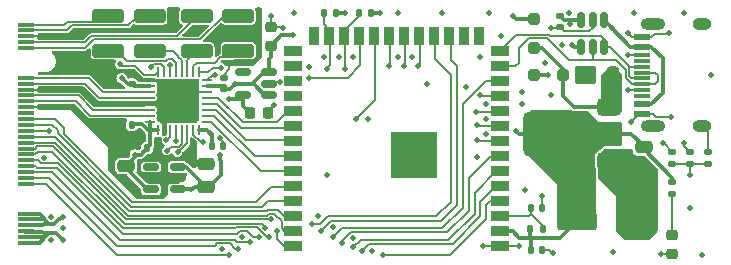
<source format=gbr>
%TF.GenerationSoftware,KiCad,Pcbnew,8.0.1*%
%TF.CreationDate,2024-04-21T19:45:24+02:00*%
%TF.ProjectId,Hypersonic_pcb,48797065-7273-46f6-9e69-635f7063622e,rev?*%
%TF.SameCoordinates,Original*%
%TF.FileFunction,Copper,L1,Top*%
%TF.FilePolarity,Positive*%
%FSLAX46Y46*%
G04 Gerber Fmt 4.6, Leading zero omitted, Abs format (unit mm)*
G04 Created by KiCad (PCBNEW 8.0.1) date 2024-04-21 19:45:24*
%MOMM*%
%LPD*%
G01*
G04 APERTURE LIST*
G04 Aperture macros list*
%AMRoundRect*
0 Rectangle with rounded corners*
0 $1 Rounding radius*
0 $2 $3 $4 $5 $6 $7 $8 $9 X,Y pos of 4 corners*
0 Add a 4 corners polygon primitive as box body*
4,1,4,$2,$3,$4,$5,$6,$7,$8,$9,$2,$3,0*
0 Add four circle primitives for the rounded corners*
1,1,$1+$1,$2,$3*
1,1,$1+$1,$4,$5*
1,1,$1+$1,$6,$7*
1,1,$1+$1,$8,$9*
0 Add four rect primitives between the rounded corners*
20,1,$1+$1,$2,$3,$4,$5,0*
20,1,$1+$1,$4,$5,$6,$7,0*
20,1,$1+$1,$6,$7,$8,$9,0*
20,1,$1+$1,$8,$9,$2,$3,0*%
G04 Aperture macros list end*
%TA.AperFunction,SMDPad,CuDef*%
%ADD10R,1.500000X0.900000*%
%TD*%
%TA.AperFunction,SMDPad,CuDef*%
%ADD11R,0.900000X1.500000*%
%TD*%
%TA.AperFunction,HeatsinkPad*%
%ADD12C,0.600000*%
%TD*%
%TA.AperFunction,SMDPad,CuDef*%
%ADD13R,3.900000X3.900000*%
%TD*%
%TA.AperFunction,SMDPad,CuDef*%
%ADD14RoundRect,0.250000X-1.412500X-0.550000X1.412500X-0.550000X1.412500X0.550000X-1.412500X0.550000X0*%
%TD*%
%TA.AperFunction,SMDPad,CuDef*%
%ADD15RoundRect,0.250000X1.100000X-0.325000X1.100000X0.325000X-1.100000X0.325000X-1.100000X-0.325000X0*%
%TD*%
%TA.AperFunction,SMDPad,CuDef*%
%ADD16RoundRect,0.140000X0.140000X0.170000X-0.140000X0.170000X-0.140000X-0.170000X0.140000X-0.170000X0*%
%TD*%
%TA.AperFunction,SMDPad,CuDef*%
%ADD17RoundRect,0.250000X0.250000X0.250000X-0.250000X0.250000X-0.250000X-0.250000X0.250000X-0.250000X0*%
%TD*%
%TA.AperFunction,SMDPad,CuDef*%
%ADD18RoundRect,0.135000X-0.185000X0.135000X-0.185000X-0.135000X0.185000X-0.135000X0.185000X0.135000X0*%
%TD*%
%TA.AperFunction,SMDPad,CuDef*%
%ADD19RoundRect,0.250000X0.475000X-0.250000X0.475000X0.250000X-0.475000X0.250000X-0.475000X-0.250000X0*%
%TD*%
%TA.AperFunction,SMDPad,CuDef*%
%ADD20RoundRect,0.135000X-0.135000X-0.185000X0.135000X-0.185000X0.135000X0.185000X-0.135000X0.185000X0*%
%TD*%
%TA.AperFunction,SMDPad,CuDef*%
%ADD21RoundRect,0.140000X-0.140000X-0.170000X0.140000X-0.170000X0.140000X0.170000X-0.140000X0.170000X0*%
%TD*%
%TA.AperFunction,SMDPad,CuDef*%
%ADD22RoundRect,0.150000X0.512500X0.150000X-0.512500X0.150000X-0.512500X-0.150000X0.512500X-0.150000X0*%
%TD*%
%TA.AperFunction,SMDPad,CuDef*%
%ADD23RoundRect,0.150000X-0.150000X0.512500X-0.150000X-0.512500X0.150000X-0.512500X0.150000X0.512500X0*%
%TD*%
%TA.AperFunction,SMDPad,CuDef*%
%ADD24RoundRect,0.375000X0.625000X0.375000X-0.625000X0.375000X-0.625000X-0.375000X0.625000X-0.375000X0*%
%TD*%
%TA.AperFunction,SMDPad,CuDef*%
%ADD25RoundRect,0.500000X0.500000X1.400000X-0.500000X1.400000X-0.500000X-1.400000X0.500000X-1.400000X0*%
%TD*%
%TA.AperFunction,SMDPad,CuDef*%
%ADD26RoundRect,0.140000X-0.170000X0.140000X-0.170000X-0.140000X0.170000X-0.140000X0.170000X0.140000X0*%
%TD*%
%TA.AperFunction,SMDPad,CuDef*%
%ADD27R,1.450000X0.600000*%
%TD*%
%TA.AperFunction,SMDPad,CuDef*%
%ADD28R,1.450000X0.300000*%
%TD*%
%TA.AperFunction,ComponentPad*%
%ADD29O,2.100000X1.000000*%
%TD*%
%TA.AperFunction,ComponentPad*%
%ADD30O,1.600000X1.000000*%
%TD*%
%TA.AperFunction,SMDPad,CuDef*%
%ADD31RoundRect,0.225000X0.225000X0.250000X-0.225000X0.250000X-0.225000X-0.250000X0.225000X-0.250000X0*%
%TD*%
%TA.AperFunction,SMDPad,CuDef*%
%ADD32RoundRect,0.250000X0.250000X-0.250000X0.250000X0.250000X-0.250000X0.250000X-0.250000X-0.250000X0*%
%TD*%
%TA.AperFunction,SMDPad,CuDef*%
%ADD33RoundRect,0.218750X-0.256250X0.218750X-0.256250X-0.218750X0.256250X-0.218750X0.256250X0.218750X0*%
%TD*%
%TA.AperFunction,SMDPad,CuDef*%
%ADD34R,1.450000X0.350000*%
%TD*%
%TA.AperFunction,SMDPad,CuDef*%
%ADD35RoundRect,0.250000X-0.475000X0.250000X-0.475000X-0.250000X0.475000X-0.250000X0.475000X0.250000X0*%
%TD*%
%TA.AperFunction,SMDPad,CuDef*%
%ADD36RoundRect,0.250000X0.250000X0.475000X-0.250000X0.475000X-0.250000X-0.475000X0.250000X-0.475000X0*%
%TD*%
%TA.AperFunction,SMDPad,CuDef*%
%ADD37RoundRect,0.135000X0.185000X-0.135000X0.185000X0.135000X-0.185000X0.135000X-0.185000X-0.135000X0*%
%TD*%
%TA.AperFunction,SMDPad,CuDef*%
%ADD38RoundRect,0.062500X0.375000X0.062500X-0.375000X0.062500X-0.375000X-0.062500X0.375000X-0.062500X0*%
%TD*%
%TA.AperFunction,SMDPad,CuDef*%
%ADD39RoundRect,0.062500X0.062500X0.375000X-0.062500X0.375000X-0.062500X-0.375000X0.062500X-0.375000X0*%
%TD*%
%TA.AperFunction,HeatsinkPad*%
%ADD40R,3.450000X3.450000*%
%TD*%
%TA.AperFunction,SMDPad,CuDef*%
%ADD41RoundRect,0.225000X-0.250000X0.225000X-0.250000X-0.225000X0.250000X-0.225000X0.250000X0.225000X0*%
%TD*%
%TA.AperFunction,ViaPad*%
%ADD42C,0.500000*%
%TD*%
%TA.AperFunction,Conductor*%
%ADD43C,0.150000*%
%TD*%
%TA.AperFunction,Conductor*%
%ADD44C,0.300000*%
%TD*%
G04 APERTURE END LIST*
D10*
%TO.P,U1,1,GND*%
%TO.N,GND*%
X131395606Y-101520000D03*
%TO.P,U1,2,3V3*%
%TO.N,+3V3*%
X131395606Y-100250000D03*
%TO.P,U1,3,EN*%
%TO.N,Net-(U1-EN)*%
X131395606Y-98980000D03*
%TO.P,U1,4,IO4*%
%TO.N,/IO4*%
X131395606Y-97710000D03*
%TO.P,U1,5,IO5*%
%TO.N,/IO5*%
X131395606Y-96440000D03*
%TO.P,U1,6,IO6*%
%TO.N,/IO6*%
X131395606Y-95170000D03*
%TO.P,U1,7,IO7*%
%TO.N,/IO7*%
X131395606Y-93900000D03*
%TO.P,U1,8,IO15*%
%TO.N,/IO15*%
X131395606Y-92630000D03*
%TO.P,U1,9,IO16*%
%TO.N,/IO16*%
X131395606Y-91360000D03*
%TO.P,U1,10,IO17*%
%TO.N,/IO17*%
X131395606Y-90090000D03*
%TO.P,U1,11,IO18*%
%TO.N,/IO18*%
X131395606Y-88820000D03*
%TO.P,U1,12,IO8*%
%TO.N,/IO8*%
X131395606Y-87550000D03*
%TO.P,U1,13,IO19*%
%TO.N,/USB_D-*%
X131395606Y-86280000D03*
%TO.P,U1,14,IO20*%
%TO.N,/USB_D+*%
X131395606Y-85010000D03*
D11*
%TO.P,U1,15,IO3*%
%TO.N,unconnected-(U1-IO3-Pad15)*%
X129630606Y-83760000D03*
%TO.P,U1,16,IO46*%
%TO.N,unconnected-(U1-IO46-Pad16)*%
X128360606Y-83760000D03*
%TO.P,U1,17,IO9*%
%TO.N,/IO9*%
X127090606Y-83760000D03*
%TO.P,U1,18,IO10*%
%TO.N,/IO10*%
X125820606Y-83760000D03*
%TO.P,U1,19,IO11*%
%TO.N,/SPI_MOSI*%
X124550606Y-83760000D03*
%TO.P,U1,20,IO12*%
%TO.N,/SPI_CLK*%
X123280606Y-83760000D03*
%TO.P,U1,21,IO13*%
%TO.N,/SPI_MISO*%
X122010606Y-83760000D03*
%TO.P,U1,22,IO14*%
%TO.N,/IO14*%
X120740606Y-83760000D03*
%TO.P,U1,23,IO21*%
%TO.N,/CODEC_EN*%
X119470606Y-83760000D03*
%TO.P,U1,24,IO47*%
%TO.N,/I2C_SDA*%
X118200606Y-83760000D03*
%TO.P,U1,25,IO48*%
%TO.N,/I2C_SCL*%
X116930606Y-83760000D03*
%TO.P,U1,26,IO45*%
%TO.N,unconnected-(U1-IO45-Pad26)*%
X115660606Y-83760000D03*
D10*
%TO.P,U1,27,IO0*%
%TO.N,/BOOT*%
X113895606Y-85010000D03*
%TO.P,U1,28,IO35*%
%TO.N,unconnected-(U1-IO35-Pad28)*%
X113895606Y-86280000D03*
%TO.P,U1,29,IO36*%
%TO.N,unconnected-(U1-IO36-Pad29)*%
X113895606Y-87550000D03*
%TO.P,U1,30,IO37*%
%TO.N,unconnected-(U1-IO37-Pad30)*%
X113895606Y-88820000D03*
%TO.P,U1,31,IO38*%
%TO.N,/I2S_DI*%
X113895606Y-90090000D03*
%TO.P,U1,32,IO39*%
%TO.N,/I2S_DO*%
X113895606Y-91360000D03*
%TO.P,U1,33,IO40*%
%TO.N,/I2S_LRCLK*%
X113895606Y-92630000D03*
%TO.P,U1,34,IO41*%
%TO.N,/I2S_BCLK*%
X113895606Y-93900000D03*
%TO.P,U1,35,IO42*%
%TO.N,/I2S_MCLK*%
X113895606Y-95170000D03*
%TO.P,U1,36,RXD0*%
%TO.N,/RX*%
X113895606Y-96440000D03*
%TO.P,U1,37,TXD0*%
%TO.N,/TX*%
X113895606Y-97710000D03*
%TO.P,U1,38,IO2*%
%TO.N,/IO2*%
X113895606Y-98980000D03*
%TO.P,U1,39,IO1*%
%TO.N,/IO1*%
X113895606Y-100250000D03*
%TO.P,U1,40,GND*%
%TO.N,GND*%
X113895606Y-101520000D03*
D12*
%TO.P,U1,41,GND*%
X125545606Y-94500000D03*
X125545606Y-93100000D03*
X124845606Y-95200000D03*
X124845606Y-93800000D03*
X124845606Y-92400000D03*
X124145606Y-94500000D03*
D13*
X124145606Y-93800000D03*
D12*
X124145606Y-93100000D03*
X123445606Y-95200000D03*
X123445606Y-93800000D03*
X123445606Y-92400000D03*
X122745606Y-94500000D03*
X122745606Y-93100000D03*
%TD*%
D14*
%TO.P,C8,1*%
%TO.N,+3V3*%
X137927907Y-99397344D03*
%TO.P,C8,2*%
%TO.N,GND*%
X143002907Y-99397344D03*
%TD*%
D15*
%TO.P,CF4,1*%
%TO.N,Net-(U5-MIC1R+)*%
X101750000Y-84975001D03*
%TO.P,CF4,2*%
%TO.N,/MIC1R+*%
X101750000Y-82024999D03*
%TD*%
D16*
%TO.P,C7,1*%
%TO.N,GND*%
X107980000Y-93012500D03*
%TO.P,C7,2*%
%TO.N,+1V8*%
X107020000Y-93012500D03*
%TD*%
D17*
%TO.P,D3,1,K*%
%TO.N,VCC*%
X136750000Y-87000000D03*
%TO.P,D3,2,A*%
%TO.N,/VBUS_OUT*%
X134250000Y-87000000D03*
%TD*%
D18*
%TO.P,R4,1*%
%TO.N,Net-(J1-CC2)*%
X147500000Y-93550001D03*
%TO.P,R4,2*%
%TO.N,GND*%
X147500000Y-94569999D03*
%TD*%
D19*
%TO.P,C10,1*%
%TO.N,A3V0*%
X99750000Y-94712499D03*
%TO.P,C10,2*%
%TO.N,GND*%
X99750000Y-92812501D03*
%TD*%
D20*
%TO.P,R6,1*%
%TO.N,/I2C_SDA*%
X119490000Y-81750000D03*
%TO.P,R6,2*%
%TO.N,+3V3*%
X120510000Y-81750000D03*
%TD*%
D21*
%TO.P,C14,1*%
%TO.N,GND*%
X99270000Y-91262500D03*
%TO.P,C14,2*%
%TO.N,A3V0*%
X100230000Y-91262500D03*
%TD*%
D22*
%TO.P,U4,1,IN*%
%TO.N,+3V3*%
X104137500Y-96712499D03*
%TO.P,U4,2,GND*%
%TO.N,GND*%
X104137500Y-95762500D03*
%TO.P,U4,3,EN*%
%TO.N,+3V3*%
X104137500Y-94812501D03*
%TO.P,U4,4,NC*%
%TO.N,unconnected-(U4-NC-Pad4)*%
X101862500Y-94812501D03*
%TO.P,U4,5,OUT*%
%TO.N,A3V0*%
X101862500Y-96712499D03*
%TD*%
D23*
%TO.P,U2,1,EN*%
%TO.N,/VBUS*%
X140199999Y-82362500D03*
%TO.P,U2,2,GND*%
%TO.N,GND*%
X139250000Y-82362500D03*
%TO.P,U2,3,IN*%
%TO.N,/VBUS*%
X138300001Y-82362500D03*
%TO.P,U2,4,OUT*%
%TO.N,/VBUS_OUT*%
X138300001Y-84637500D03*
%TO.P,U2,5,D1*%
%TO.N,/USB_D-*%
X139250000Y-84637500D03*
%TO.P,U2,6,D2*%
%TO.N,/USB_D+*%
X140199999Y-84637500D03*
%TD*%
D24*
%TO.P,U3,1,GND*%
%TO.N,GND*%
X140650000Y-94300000D03*
%TO.P,U3,2,VO*%
%TO.N,+3V3*%
X140649999Y-92000000D03*
D25*
X134350001Y-92000000D03*
D24*
%TO.P,U3,3,VI*%
%TO.N,VCC*%
X140650000Y-89700000D03*
%TD*%
D26*
%TO.P,C9,1*%
%TO.N,GND*%
X108000000Y-87270000D03*
%TO.P,C9,2*%
%TO.N,+3V3*%
X108000000Y-88230000D03*
%TD*%
D27*
%TO.P,J1,A1,GND*%
%TO.N,GND*%
X143455000Y-90310000D03*
%TO.P,J1,A4,VBUS*%
%TO.N,/VBUS*%
X143455000Y-89510001D03*
D28*
%TO.P,J1,A5,CC1*%
%TO.N,Net-(J1-CC1)*%
X143455001Y-88310000D03*
%TO.P,J1,A6,D+*%
%TO.N,/USB_D+*%
X143455000Y-87310000D03*
%TO.P,J1,A7,D-*%
%TO.N,/USB_D-*%
X143455000Y-86810000D03*
%TO.P,J1,A8,SBU1*%
%TO.N,unconnected-(J1-SBU1-PadA8)*%
X143455001Y-85810000D03*
D27*
%TO.P,J1,A9,VBUS*%
%TO.N,/VBUS*%
X143455000Y-84609999D03*
%TO.P,J1,A12,GND*%
%TO.N,GND*%
X143455000Y-83810000D03*
%TO.P,J1,B1,GND*%
X143455000Y-83810000D03*
%TO.P,J1,B4,VBUS*%
%TO.N,/VBUS*%
X143455000Y-84609999D03*
D28*
%TO.P,J1,B5,CC2*%
%TO.N,Net-(J1-CC2)*%
X143455000Y-85310000D03*
%TO.P,J1,B6,D+*%
%TO.N,/USB_D+*%
X143455000Y-86310000D03*
%TO.P,J1,B7,D-*%
%TO.N,/USB_D-*%
X143455000Y-87810000D03*
%TO.P,J1,B8,SBU2*%
%TO.N,unconnected-(J1-SBU2-PadB8)*%
X143455000Y-88810000D03*
D27*
%TO.P,J1,B9,VBUS*%
%TO.N,/VBUS*%
X143455000Y-89510001D03*
%TO.P,J1,B12,GND*%
%TO.N,GND*%
X143455000Y-90310000D03*
D29*
%TO.P,J1,S1,SHIELD*%
%TO.N,Net-(J1-SHIELD)*%
X144370000Y-91380000D03*
D30*
X148550000Y-91380000D03*
D29*
X144370000Y-82740000D03*
D30*
X148550000Y-82740000D03*
%TD*%
D31*
%TO.P,C15,1*%
%TO.N,GND*%
X111775000Y-90250000D03*
%TO.P,C15,2*%
%TO.N,+1V8*%
X110225000Y-90250000D03*
%TD*%
D22*
%TO.P,U6,1,VIN*%
%TO.N,+3V3*%
X111887500Y-88699999D03*
%TO.P,U6,2,GND*%
%TO.N,GND*%
X111887500Y-87750000D03*
%TO.P,U6,3,EN*%
%TO.N,+3V3*%
X111887500Y-86800001D03*
%TO.P,U6,4,NC*%
%TO.N,unconnected-(U6-NC-Pad4)*%
X109612500Y-86800001D03*
%TO.P,U6,5,VOUT*%
%TO.N,+1V8*%
X109612500Y-88699999D03*
%TD*%
D20*
%TO.P,R5,1*%
%TO.N,/I2C_SCL*%
X116490000Y-81750000D03*
%TO.P,R5,2*%
%TO.N,+3V3*%
X117510000Y-81750000D03*
%TD*%
D16*
%TO.P,C2,1*%
%TO.N,GND*%
X134980000Y-101810000D03*
%TO.P,C2,2*%
%TO.N,+3V3*%
X134020000Y-101810000D03*
%TD*%
D32*
%TO.P,D2,1,K*%
%TO.N,VCC*%
X134250000Y-84749999D03*
%TO.P,D2,2,A*%
%TO.N,VIN*%
X134250000Y-82250001D03*
%TD*%
D18*
%TO.P,R1,1*%
%TO.N,Net-(J1-SHIELD)*%
X149000000Y-93550001D03*
%TO.P,R1,2*%
%TO.N,GND*%
X149000000Y-94569999D03*
%TD*%
D33*
%TO.P,D4,1,K*%
%TO.N,Net-(D4-K)*%
X146000000Y-100560000D03*
%TO.P,D4,2,A*%
%TO.N,GND*%
X146000000Y-102135002D03*
%TD*%
D34*
%TO.P,J2,1,VIN*%
%TO.N,VIN*%
X91275000Y-101250000D03*
%TO.P,J2,3,VIN*%
X91275000Y-100750000D03*
%TO.P,J2,5,VIN*%
X91275000Y-100250000D03*
%TO.P,J2,7,3V3*%
%TO.N,+3V3*%
X91275000Y-99750000D03*
%TO.P,J2,9,3V3*%
X91275000Y-99250000D03*
%TO.P,J2,11,3V3*%
X91275000Y-98750000D03*
%TO.P,J2,21,GPIOA0*%
%TO.N,/IO4*%
X91275000Y-96250000D03*
%TO.P,J2,23,GPIOA1*%
%TO.N,/IO5*%
X91275000Y-95750000D03*
%TO.P,J2,25,GPIOA2*%
%TO.N,/IO6*%
X91275000Y-95250000D03*
%TO.P,J2,27,GPIOA3*%
%TO.N,/IO7*%
X91275000Y-94750000D03*
%TO.P,J2,29,GPIOA4*%
%TO.N,/IO8*%
X91275000Y-94250000D03*
%TO.P,J2,31,GPIOA5*%
%TO.N,/IO9*%
X91275000Y-93750000D03*
%TO.P,J2,33,GPIOA6*%
%TO.N,/IO10*%
X91275000Y-93250000D03*
%TO.P,J2,35,GPIOA7*%
%TO.N,/IO1*%
X91275000Y-92750000D03*
%TO.P,J2,37,GPIOA8*%
%TO.N,/IO2*%
X91275000Y-92250000D03*
%TO.P,J2,39,GND*%
%TO.N,GND*%
X91275000Y-91750000D03*
%TO.P,J2,41,TX*%
%TO.N,/TX*%
X91275000Y-91250000D03*
%TO.P,J2,43,RX*%
%TO.N,/RX*%
X91275000Y-90750000D03*
%TO.P,J2,45,NC*%
%TO.N,unconnected-(J2-NC-Pad45)*%
X91275000Y-90250000D03*
%TO.P,J2,47,GND*%
%TO.N,GND*%
X91275000Y-89750000D03*
%TO.P,J2,49,HP_OUT_R+*%
%TO.N,/HPROUT*%
X91275000Y-89250000D03*
%TO.P,J2,51,HP_OUT_R-*%
%TO.N,/HPRCOM*%
X91275000Y-88750000D03*
%TO.P,J2,53,GND*%
%TO.N,GND*%
X91275000Y-88250000D03*
%TO.P,J2,55,HP_OUT_L-*%
%TO.N,/HPLCOM*%
X91275000Y-87750000D03*
%TO.P,J2,57,HP_OUT_L+*%
%TO.N,/HPLOUT*%
X91275000Y-87250000D03*
%TO.P,J2,67,A_IN1_L+*%
%TO.N,/MIC1L+*%
X91275000Y-84750000D03*
%TO.P,J2,69,A_IN1_L-*%
%TO.N,/MIC1L-*%
X91275000Y-84250000D03*
%TO.P,J2,71,GND*%
%TO.N,GND*%
X91275000Y-83750000D03*
%TO.P,J2,73,A_IN1_R+*%
%TO.N,/MIC1R+*%
X91275000Y-83250000D03*
%TO.P,J2,75,A_IN1_R-*%
%TO.N,/MIC1R-*%
X91275000Y-82750000D03*
%TD*%
D35*
%TO.P,C6,2*%
%TO.N,GND*%
X143561331Y-95056019D03*
%TO.P,C6,1*%
%TO.N,+3V3*%
X143561331Y-93156021D03*
%TD*%
D15*
%TO.P,CF1,1*%
%TO.N,Net-(U5-MIC1L-)*%
X105750000Y-84975001D03*
%TO.P,CF1,2*%
%TO.N,/MIC1L-*%
X105750000Y-82024999D03*
%TD*%
D36*
%TO.P,C4,1*%
%TO.N,VCC*%
X140949999Y-87000000D03*
%TO.P,C4,2*%
%TO.N,GND*%
X139050001Y-87000000D03*
%TD*%
D37*
%TO.P,R7,1*%
%TO.N,Net-(D4-K)*%
X146000000Y-97069999D03*
%TO.P,R7,2*%
%TO.N,+3V3*%
X146000000Y-96050001D03*
%TD*%
D15*
%TO.P,CF3,1*%
%TO.N,Net-(U5-MIC1L+)*%
X109250000Y-84975001D03*
%TO.P,CF3,2*%
%TO.N,/MIC1L+*%
X109250000Y-82024999D03*
%TD*%
D20*
%TO.P,R2,1*%
%TO.N,+3V3*%
X133990001Y-100060000D03*
%TO.P,R2,2*%
%TO.N,Net-(U1-EN)*%
X135009999Y-100060000D03*
%TD*%
D38*
%TO.P,U5,1,MCLK*%
%TO.N,/I2S_MCLK*%
X106637500Y-90962500D03*
%TO.P,U5,2,BCLK*%
%TO.N,/I2S_BCLK*%
X106637500Y-90462500D03*
%TO.P,U5,3,WCLK*%
%TO.N,/I2S_LRCLK*%
X106637500Y-89962500D03*
%TO.P,U5,4,DIN*%
%TO.N,/I2S_DO*%
X106637500Y-89462500D03*
%TO.P,U5,5,DOUT*%
%TO.N,/I2S_DI*%
X106637500Y-88962500D03*
%TO.P,U5,6,DVSS*%
%TO.N,GND*%
X106637500Y-88462500D03*
%TO.P,U5,7,IOVDD*%
%TO.N,+3V3*%
X106637500Y-87962500D03*
%TO.P,U5,8,SCL*%
%TO.N,/I2C_SCL*%
X106637500Y-87462500D03*
D39*
%TO.P,U5,9,SDA*%
%TO.N,/I2C_SDA*%
X105950000Y-86775000D03*
%TO.P,U5,10,MIC1L+*%
%TO.N,Net-(U5-MIC1L+)*%
X105450000Y-86775000D03*
%TO.P,U5,11,MIC1L-*%
%TO.N,Net-(U5-MIC1L-)*%
X104950000Y-86775000D03*
%TO.P,U5,12,MIC1R+*%
%TO.N,Net-(U5-MIC1R+)*%
X104450000Y-86775000D03*
%TO.P,U5,13,MIC1R-*%
%TO.N,Net-(U5-MIC1R-)*%
X103950000Y-86775000D03*
%TO.P,U5,14,MIC2L*%
%TO.N,/MIC2L*%
X103450000Y-86775000D03*
%TO.P,U5,15,MICBIAS*%
%TO.N,/MICBIAS*%
X102950000Y-86775000D03*
%TO.P,U5,16,MIC2R*%
%TO.N,/MIC2R*%
X102450000Y-86775000D03*
D38*
%TO.P,U5,17,AVSS1*%
%TO.N,GND*%
X101762500Y-87462500D03*
%TO.P,U5,18,DRVDD*%
%TO.N,A3V0*%
X101762500Y-87962500D03*
%TO.P,U5,19,HPLOUT*%
%TO.N,/HPLOUT*%
X101762500Y-88462500D03*
%TO.P,U5,20,HPLCOM*%
%TO.N,/HPLCOM*%
X101762500Y-88962500D03*
%TO.P,U5,21,DRVSS*%
%TO.N,GND*%
X101762500Y-89462500D03*
%TO.P,U5,22,HPRCOM*%
%TO.N,/HPRCOM*%
X101762500Y-89962500D03*
%TO.P,U5,23,HPROUT*%
%TO.N,/HPROUT*%
X101762500Y-90462500D03*
%TO.P,U5,24,DRVDD*%
%TO.N,A3V0*%
X101762500Y-90962500D03*
D39*
%TO.P,U5,25,AVDD*%
X102450000Y-91650000D03*
%TO.P,U5,26,AVSS2*%
%TO.N,GND*%
X102950000Y-91650000D03*
%TO.P,U5,27,LEFT_LO+*%
%TO.N,/LEFT_LO+*%
X103450000Y-91650000D03*
%TO.P,U5,28,LEFT_LO-*%
%TO.N,/LEFT_LO-*%
X103950000Y-91650000D03*
%TO.P,U5,29,RIGHT_LO+*%
%TO.N,/RIGHT_LO+*%
X104450000Y-91650000D03*
%TO.P,U5,30,RIGHT_LO-*%
%TO.N,/RIGHT_LO-*%
X104950000Y-91650000D03*
%TO.P,U5,31,NRESET*%
%TO.N,/CODEC_EN*%
X105450000Y-91650000D03*
%TO.P,U5,32,DVDD*%
%TO.N,+1V8*%
X105950000Y-91650000D03*
D40*
%TO.P,U5,33,EP*%
%TO.N,GND*%
X104200000Y-89212500D03*
%TD*%
D26*
%TO.P,C13,1*%
%TO.N,GND*%
X100250000Y-86832500D03*
%TO.P,C13,2*%
%TO.N,A3V0*%
X100250000Y-87792500D03*
%TD*%
D18*
%TO.P,R3,1*%
%TO.N,Net-(J1-CC1)*%
X146000000Y-93550001D03*
%TO.P,R3,2*%
%TO.N,GND*%
X146000000Y-94569999D03*
%TD*%
D16*
%TO.P,C1,1*%
%TO.N,GND*%
X134980000Y-98310000D03*
%TO.P,C1,2*%
%TO.N,Net-(U1-EN)*%
X134020000Y-98310000D03*
%TD*%
D15*
%TO.P,CF2,1*%
%TO.N,Net-(U5-MIC1R-)*%
X98250000Y-84975001D03*
%TO.P,CF2,2*%
%TO.N,/MIC1R-*%
X98250000Y-82024999D03*
%TD*%
D26*
%TO.P,C3,2*%
%TO.N,GND*%
X136500000Y-82980000D03*
%TO.P,C3,1*%
%TO.N,/VBUS*%
X136500000Y-82020000D03*
%TD*%
D16*
%TO.P,C12,1*%
%TO.N,GND*%
X102480000Y-93212500D03*
%TO.P,C12,2*%
%TO.N,A3V0*%
X101520000Y-93212500D03*
%TD*%
D19*
%TO.P,C5,1*%
%TO.N,+3V3*%
X106500000Y-96462499D03*
%TO.P,C5,2*%
%TO.N,GND*%
X106500000Y-94562501D03*
%TD*%
D41*
%TO.P,C11,1*%
%TO.N,GND*%
X112000000Y-82975000D03*
%TO.P,C11,2*%
%TO.N,+3V3*%
X112000000Y-84525000D03*
%TD*%
D42*
%TO.N,/VBUS*%
X137298800Y-82720664D03*
X140918749Y-83081251D03*
%TO.N,GND*%
X110500000Y-86000000D03*
X94434431Y-100001735D03*
X145900000Y-90600000D03*
X142250000Y-83500000D03*
X105500000Y-93012500D03*
X141000000Y-102000000D03*
X102362500Y-92564479D03*
X94500000Y-89750000D03*
X143000000Y-100500000D03*
X96000000Y-83299999D03*
X112745604Y-87604681D03*
X142250000Y-93750000D03*
X130250000Y-92000000D03*
X94250000Y-85250000D03*
X135875000Y-102125000D03*
X93000000Y-89750000D03*
X96750000Y-89000000D03*
X110000000Y-83250000D03*
X129500000Y-94000000D03*
X142000000Y-98000000D03*
X147500000Y-95500000D03*
X129750000Y-85500000D03*
X143750000Y-96500000D03*
X103000000Y-96725000D03*
X99500000Y-93500000D03*
X111000000Y-81750000D03*
X108493750Y-86006250D03*
X130250000Y-89500000D03*
X128500000Y-88000000D03*
X133000000Y-101500000D03*
X98340765Y-86108937D03*
X122750000Y-85500000D03*
X107664124Y-92348376D03*
X100662902Y-89459458D03*
X112000000Y-82000000D03*
X133250000Y-88500000D03*
X135750000Y-83000000D03*
X118975013Y-100800036D03*
X94000000Y-83750000D03*
X109604394Y-100700000D03*
X138000000Y-86500000D03*
X111000000Y-82750000D03*
X97000000Y-86750000D03*
X95250000Y-88250000D03*
X100500000Y-96725000D03*
X115243185Y-86329635D03*
X93250000Y-91750000D03*
X138000000Y-87500000D03*
X98250000Y-87750000D03*
X103000000Y-88012500D03*
X122750000Y-81750000D03*
X98000000Y-92250000D03*
X111000000Y-85250000D03*
X98500000Y-94512500D03*
X125250000Y-87750000D03*
X105500000Y-90512500D03*
X93434431Y-101001735D03*
X116000000Y-99000000D03*
X147500000Y-98250000D03*
X93434431Y-99001735D03*
X114000000Y-81750000D03*
X148500000Y-102250000D03*
X142750000Y-81750000D03*
X100500000Y-83225000D03*
X145750000Y-83500000D03*
X111000000Y-84000000D03*
X120250000Y-90750000D03*
X117303165Y-99895966D03*
X130000000Y-101500000D03*
X97500000Y-86000000D03*
X107500000Y-84250000D03*
X112289124Y-89539124D03*
X136615979Y-84456840D03*
X149250000Y-87000000D03*
X92763689Y-94024218D03*
X135000000Y-97250000D03*
X94250000Y-86500000D03*
X142250000Y-96500000D03*
X97250000Y-91500000D03*
X98500000Y-89460508D03*
X103000000Y-90512500D03*
X104200000Y-89212500D03*
X119000000Y-85500000D03*
X96125000Y-90625000D03*
X142250000Y-95000000D03*
X93500000Y-88250000D03*
X105500000Y-88012500D03*
X117750000Y-85500000D03*
X101339637Y-95563196D03*
X137250000Y-81750000D03*
X113000000Y-83000000D03*
X142500000Y-91000000D03*
X131500000Y-83750000D03*
X124000000Y-85500000D03*
X105500000Y-94262500D03*
X142000000Y-100500000D03*
X147000000Y-81750000D03*
X103000000Y-95750000D03*
X108250000Y-83250000D03*
X133500000Y-96750000D03*
X112500000Y-100250000D03*
X126500000Y-81750000D03*
X101000000Y-92000000D03*
X116500000Y-85500000D03*
X144000000Y-100500000D03*
X96250000Y-85500000D03*
X116750000Y-95500000D03*
X135750000Y-88750000D03*
X107843264Y-101761357D03*
X130250000Y-90750000D03*
X109500000Y-86000000D03*
X103750000Y-82000000D03*
X133250000Y-89500000D03*
X135250000Y-86000000D03*
X103000000Y-83225000D03*
X120579177Y-101914588D03*
X130500000Y-81750000D03*
X105500000Y-83112499D03*
X145000000Y-102135002D03*
%TO.N,Net-(J1-CC1)*%
X142250000Y-88310000D03*
X145250000Y-92810000D03*
%TO.N,Net-(J1-CC2)*%
X142250000Y-85310000D03*
X147000000Y-92810000D03*
%TO.N,+3V3*%
X132750000Y-91750000D03*
X121250000Y-81750000D03*
X94434431Y-99001735D03*
X107738459Y-93814740D03*
X113875000Y-83625000D03*
X109000000Y-87750000D03*
X118250000Y-81750000D03*
%TO.N,+1V8*%
X106869059Y-91893441D03*
X108500000Y-89012500D03*
%TO.N,/RIGHT_LO+*%
X103205952Y-93422899D03*
%TO.N,/LEFT_LO+*%
X103163550Y-92535487D03*
%TO.N,/LEFT_LO-*%
X103975000Y-92612500D03*
%TO.N,/MICBIAS*%
X101837500Y-86350000D03*
%TO.N,/RIGHT_LO-*%
X104111536Y-93565248D03*
%TO.N,/I2C_SDA*%
X118250000Y-86500000D03*
X107779529Y-86397781D03*
%TO.N,/I2C_SCL*%
X107250000Y-87000000D03*
X116750000Y-86500000D03*
%TO.N,/CODEC_EN*%
X106300000Y-92712500D03*
X115250000Y-87250000D03*
%TO.N,A3V0*%
X100497518Y-93752482D03*
X99389585Y-87286264D03*
%TO.N,VIN*%
X132500000Y-82000000D03*
X94434431Y-101001735D03*
%TO.N,/SPI_MOSI*%
X124500000Y-86250000D03*
%TO.N,/SPI_CLK*%
X123250000Y-86250000D03*
%TO.N,/SPI_MISO*%
X122000000Y-86250000D03*
%TO.N,/IO5*%
X109250000Y-101750000D03*
X119750000Y-101925000D03*
%TO.N,/VBUS_OUT*%
X137500000Y-84500000D03*
X135500000Y-87000000D03*
%TO.N,/IO6*%
X110250000Y-101175000D03*
X119000000Y-101625000D03*
%TO.N,/IO7*%
X118000000Y-101250000D03*
X111000000Y-100750000D03*
%TO.N,/IO9*%
X116250000Y-100250000D03*
X111546752Y-99953248D03*
%TO.N,/IO8*%
X117250000Y-100750000D03*
X111842738Y-100747728D03*
%TO.N,/IO10*%
X115500000Y-99675000D03*
X112035249Y-99250000D03*
%TO.N,/IO18*%
X129750000Y-88750000D03*
%TO.N,/IO17*%
X129375000Y-90125000D03*
%TO.N,/IO16*%
X129500000Y-91250000D03*
%TO.N,/IO14*%
X119250000Y-90750000D03*
%TO.N,/IO15*%
X129500000Y-92500000D03*
%TO.N,/IO4*%
X108500000Y-102250000D03*
X121500000Y-102249994D03*
%TO.N,/MIC2L*%
X103475000Y-86177943D03*
%TO.N,/MIC2R*%
X99200000Y-86087500D03*
%TD*%
D43*
%TO.N,/IO9*%
X92275000Y-93500000D02*
X92025000Y-93750000D01*
X99625000Y-99625000D02*
X93500000Y-93500000D01*
X111218504Y-99625000D02*
X99625000Y-99625000D01*
X111546752Y-99953248D02*
X111218504Y-99625000D01*
X92025000Y-93750000D02*
X91275000Y-93750000D01*
X93500000Y-93500000D02*
X92275000Y-93500000D01*
%TO.N,/IO8*%
X92262500Y-94250000D02*
X91275000Y-94250000D01*
X92511718Y-94499218D02*
X92262500Y-94250000D01*
X93999218Y-94499218D02*
X92511718Y-94499218D01*
X109075000Y-99925000D02*
X109000000Y-100000000D01*
X99500000Y-100000000D02*
X93999218Y-94499218D01*
X110846752Y-99925000D02*
X109075000Y-99925000D01*
X109000000Y-100000000D02*
X99500000Y-100000000D01*
X111669480Y-100747728D02*
X110846752Y-99925000D01*
X111842738Y-100747728D02*
X111669480Y-100747728D01*
%TO.N,/I2C_SDA*%
X106725000Y-86775000D02*
X105950000Y-86775000D01*
X107102219Y-86397781D02*
X106725000Y-86775000D01*
X107779529Y-86397781D02*
X107102219Y-86397781D01*
%TO.N,/IO5*%
X99000000Y-101500000D02*
X93250000Y-95750000D01*
X93250000Y-95750000D02*
X91275000Y-95750000D01*
X107250000Y-101500000D02*
X99000000Y-101500000D01*
X107475000Y-101275000D02*
X107250000Y-101500000D01*
X108525000Y-101275000D02*
X107475000Y-101275000D01*
X109000000Y-101750000D02*
X108525000Y-101275000D01*
X109250000Y-101750000D02*
X109000000Y-101750000D01*
%TO.N,/USB_D-*%
X136140979Y-84653592D02*
X137237387Y-85750000D01*
X135427712Y-83927712D02*
X136140979Y-84640979D01*
X133822288Y-83927712D02*
X135427712Y-83927712D01*
X132720000Y-86280000D02*
X133000000Y-86000000D01*
X136140979Y-84640979D02*
X136140979Y-84653592D01*
X131395606Y-86280000D02*
X132720000Y-86280000D01*
X133000000Y-86000000D02*
X133000000Y-84750000D01*
X133000000Y-84750000D02*
X133822288Y-83927712D01*
X137237387Y-85750000D02*
X139250000Y-85750000D01*
%TO.N,/IO9*%
X127750000Y-86250000D02*
X127250000Y-85750000D01*
X127250000Y-85750000D02*
X127250000Y-84365000D01*
X127750000Y-98000000D02*
X127750000Y-86250000D01*
X126371943Y-99378057D02*
X127750000Y-98000000D01*
X116250000Y-100250000D02*
X117121943Y-99378057D01*
X117121943Y-99378057D02*
X126371943Y-99378057D01*
X127250000Y-84365000D02*
X127195000Y-84310000D01*
%TO.N,/LEFT_LO+*%
X103450000Y-92249037D02*
X103450000Y-91650000D01*
X103163550Y-92535487D02*
X103450000Y-92249037D01*
D44*
%TO.N,A3V0*%
X101925000Y-91650000D02*
X102450000Y-91650000D01*
X101762500Y-91812500D02*
X101925000Y-91650000D01*
X101762500Y-92970000D02*
X101762500Y-91812500D01*
D43*
%TO.N,/RIGHT_LO-*%
X104950000Y-92786764D02*
X104950000Y-91650000D01*
X104349264Y-93387500D02*
X104950000Y-92786764D01*
X104289284Y-93387500D02*
X104349264Y-93387500D01*
X104111536Y-93565248D02*
X104289284Y-93387500D01*
%TO.N,/RIGHT_LO+*%
X104450000Y-92862500D02*
X104450000Y-91650000D01*
X104225000Y-93087500D02*
X104450000Y-92862500D01*
X103541351Y-93087500D02*
X104225000Y-93087500D01*
X103205952Y-93422899D02*
X103541351Y-93087500D01*
D44*
%TO.N,/VBUS*%
X137298800Y-82411300D02*
X137250000Y-82362500D01*
X136867500Y-82362500D02*
X137250000Y-82362500D01*
X137250000Y-82362500D02*
X138300001Y-82362500D01*
X137298800Y-82720664D02*
X137298800Y-82411300D01*
X140199999Y-82362500D02*
X140918749Y-83081251D01*
X142447498Y-84609999D02*
X140918749Y-83081251D01*
D43*
%TO.N,GND*%
X139250000Y-83024999D02*
X138974999Y-83300000D01*
X136820000Y-83300000D02*
X136500000Y-82980000D01*
X139250000Y-82362500D02*
X139250000Y-83024999D01*
X138974999Y-83300000D02*
X136820000Y-83300000D01*
D44*
%TO.N,/VBUS*%
X140199999Y-82362500D02*
X140199999Y-82786263D01*
D43*
%TO.N,/USB_D+*%
X135624264Y-83700000D02*
X135551976Y-83627712D01*
X135551976Y-83627712D02*
X132777894Y-83627712D01*
X138630197Y-83700000D02*
X135624264Y-83700000D01*
X138680197Y-83750000D02*
X138630197Y-83700000D01*
X140000000Y-83750000D02*
X138680197Y-83750000D01*
X132777894Y-83627712D02*
X131395606Y-85010000D01*
X140199999Y-84637500D02*
X140199999Y-83949999D01*
X140199999Y-83949999D02*
X140000000Y-83750000D01*
D44*
%TO.N,/VBUS*%
X138300001Y-82362500D02*
X138300001Y-82786263D01*
%TO.N,+3V3*%
X136515251Y-100810000D02*
X137927907Y-99397344D01*
X134020000Y-100830000D02*
X134000000Y-100810000D01*
X134000000Y-100810000D02*
X136515251Y-100810000D01*
X146000000Y-96050001D02*
X146000000Y-95710000D01*
X142500000Y-92000000D02*
X140649999Y-92000000D01*
X143561331Y-93061331D02*
X142500000Y-92000000D01*
X143561331Y-93156021D02*
X143561331Y-93061331D01*
X143561331Y-93271331D02*
X143561331Y-93156021D01*
X146000000Y-95710000D02*
X143561331Y-93271331D01*
%TO.N,/VBUS*%
X138300001Y-81953716D02*
X138300001Y-82362500D01*
X140199999Y-82362500D02*
X140199999Y-81898805D01*
D43*
%TO.N,GND*%
X145000000Y-102135002D02*
X146000000Y-102135002D01*
%TO.N,Net-(D4-K)*%
X146000000Y-100560000D02*
X146000000Y-97069999D01*
%TO.N,GND*%
X135000000Y-98290000D02*
X134980000Y-98310000D01*
X135000000Y-97250000D02*
X135000000Y-98290000D01*
D44*
%TO.N,+3V3*%
X132750000Y-91750000D02*
X133000000Y-92000000D01*
X133000000Y-92000000D02*
X134350001Y-92000000D01*
%TO.N,VCC*%
X136749999Y-88809999D02*
X137640000Y-89700000D01*
X136749999Y-86499999D02*
X136749999Y-88809999D01*
X134250000Y-84749999D02*
X134999999Y-84749999D01*
X137640000Y-89700000D02*
X140650000Y-89700000D01*
X134999999Y-84749999D02*
X136749999Y-86499999D01*
%TO.N,/VBUS_OUT*%
X135500000Y-87000000D02*
X134250000Y-87000000D01*
D43*
%TO.N,/USB_D-*%
X139250000Y-85750000D02*
X139250000Y-84637500D01*
X142060000Y-86560000D02*
X141250000Y-85750000D01*
X142605736Y-87810000D02*
X142060000Y-87264264D01*
X142060000Y-87264264D02*
X142060000Y-86560000D01*
X141250000Y-85750000D02*
X139250000Y-85750000D01*
X143455000Y-87810000D02*
X142605736Y-87810000D01*
D44*
%TO.N,/VBUS_OUT*%
X137637500Y-84637500D02*
X138300001Y-84637500D01*
X137500000Y-84500000D02*
X137637500Y-84637500D01*
D43*
%TO.N,/USB_D+*%
X142360000Y-87140000D02*
X142530000Y-87310000D01*
X142360000Y-86265000D02*
X142360000Y-87140000D01*
X140732500Y-84637500D02*
X142360000Y-86265000D01*
X142530000Y-87310000D02*
X143455000Y-87310000D01*
X140199999Y-84637500D02*
X140732500Y-84637500D01*
X142500000Y-86310000D02*
X143455000Y-86310000D01*
X142360000Y-87140000D02*
X142360000Y-86450000D01*
X142360000Y-86450000D02*
X142500000Y-86310000D01*
D44*
%TO.N,/VBUS*%
X136525000Y-82020000D02*
X136867500Y-82362500D01*
X136500000Y-82020000D02*
X136525000Y-82020000D01*
D43*
%TO.N,GND*%
X136480000Y-83000000D02*
X136500000Y-82980000D01*
X135750000Y-83000000D02*
X136480000Y-83000000D01*
D44*
%TO.N,/VBUS*%
X143455000Y-84609999D02*
X142447498Y-84609999D01*
%TO.N,VIN*%
X132750001Y-82250001D02*
X134250000Y-82250001D01*
X132500000Y-82000000D02*
X132750001Y-82250001D01*
D43*
%TO.N,/USB_D-*%
X143455000Y-86810000D02*
X144500000Y-86810000D01*
X144500000Y-87810000D02*
X143455000Y-87810000D01*
X144750000Y-87560000D02*
X144500000Y-87810000D01*
X144750000Y-87060000D02*
X144750000Y-87560000D01*
X144500000Y-86810000D02*
X144750000Y-87060000D01*
%TO.N,GND*%
X112032819Y-87604681D02*
X111887500Y-87750000D01*
X108000000Y-87000000D02*
X108000000Y-87270000D01*
X145900000Y-90600000D02*
X144615381Y-90600000D01*
X111775000Y-90053248D02*
X111775000Y-90250000D01*
X135560000Y-101810000D02*
X134980000Y-101810000D01*
X130010000Y-101510000D02*
X132990000Y-101510000D01*
X112289124Y-89539124D02*
X111775000Y-90053248D01*
X101050000Y-87462500D02*
X100420000Y-86832500D01*
X108500000Y-86012500D02*
X108500000Y-86500000D01*
X144325381Y-90310000D02*
X143455000Y-90310000D01*
X135875000Y-102125000D02*
X135560000Y-101810000D01*
X104950000Y-88462500D02*
X104200000Y-89212500D01*
X107980000Y-93012500D02*
X107980000Y-92664252D01*
X143455000Y-83810000D02*
X142560000Y-83810000D01*
X145730000Y-83520000D02*
X144500000Y-83520000D01*
X112000000Y-82975000D02*
X112975000Y-82975000D01*
X112975000Y-82975000D02*
X113000000Y-83000000D01*
X112566784Y-100316784D02*
X112566784Y-100936784D01*
X112745604Y-87604681D02*
X112032819Y-87604681D01*
X144500000Y-83520000D02*
X144210000Y-83810000D01*
X132990000Y-101510000D02*
X133000000Y-101500000D01*
X91275000Y-83750000D02*
X94000000Y-83750000D01*
X108500000Y-86500000D02*
X108000000Y-87000000D01*
X112566784Y-100936784D02*
X113140000Y-101510000D01*
X147500000Y-95500000D02*
X147500000Y-94569999D01*
X143455000Y-90310000D02*
X143190000Y-90310000D01*
X107980000Y-92664252D02*
X107664124Y-92348376D01*
X146000000Y-94569999D02*
X149000000Y-94569999D01*
X100420000Y-86832500D02*
X100250000Y-86832500D01*
X91275000Y-91750000D02*
X92862035Y-91750000D01*
X106199999Y-94262500D02*
X106500000Y-94562501D01*
X144210000Y-83810000D02*
X143455000Y-83810000D01*
X105500000Y-94262500D02*
X106199999Y-94262500D01*
X113140000Y-101510000D02*
X114000000Y-101510000D01*
X106637500Y-88462500D02*
X104950000Y-88462500D01*
X91275000Y-88250000D02*
X92500000Y-88250000D01*
X142560000Y-83810000D02*
X142250000Y-83500000D01*
X144615381Y-90600000D02*
X144325381Y-90310000D01*
X112000000Y-82975000D02*
X112000000Y-82000000D01*
X112500000Y-100250000D02*
X112566784Y-100316784D01*
X145750000Y-83500000D02*
X145730000Y-83520000D01*
X92862035Y-91750000D02*
X93250000Y-91750000D01*
X108493750Y-86006250D02*
X108500000Y-86012500D01*
X91275000Y-89750000D02*
X92500000Y-89750000D01*
X101762500Y-87462500D02*
X101050000Y-87462500D01*
X143190000Y-90310000D02*
X142500000Y-91000000D01*
X130000000Y-101500000D02*
X130010000Y-101510000D01*
%TO.N,Net-(J1-SHIELD)*%
X149000000Y-93550001D02*
X149000000Y-91830000D01*
X149000000Y-91830000D02*
X148550000Y-91380000D01*
%TO.N,Net-(J1-CC1)*%
X143455001Y-88310000D02*
X142250000Y-88310000D01*
X145250000Y-92810000D02*
X145259999Y-92810000D01*
X145259999Y-92810000D02*
X146000000Y-93550001D01*
%TO.N,Net-(J1-CC2)*%
X147000000Y-93050001D02*
X147500000Y-93550001D01*
X143455000Y-85310000D02*
X142250000Y-85310000D01*
X147000000Y-92810000D02*
X147000000Y-93050001D01*
D44*
%TO.N,+3V3*%
X104137500Y-94812501D02*
X104850002Y-94812501D01*
X108520000Y-88230000D02*
X108000000Y-88230000D01*
X106500000Y-96462499D02*
X105550001Y-96462499D01*
X91209431Y-98751735D02*
X92434431Y-98751735D01*
X92709431Y-99726735D02*
X91209432Y-99726735D01*
X94434431Y-99001735D02*
X94184431Y-99251735D01*
X131510000Y-100250000D02*
X131500000Y-100240000D01*
X92434431Y-98751735D02*
X92835902Y-99153206D01*
X111449999Y-86800001D02*
X111887500Y-86800001D01*
X107738459Y-93814740D02*
X107738459Y-94250959D01*
X109000000Y-87750000D02*
X108520000Y-88230000D01*
X121250000Y-81750000D02*
X120510000Y-81750000D01*
X108100000Y-87962500D02*
X106637500Y-87962500D01*
X94032960Y-99251735D02*
X93682960Y-99601735D01*
X107738459Y-94250959D02*
X107750000Y-94262500D01*
X132500000Y-100250000D02*
X131510000Y-100250000D01*
X106800001Y-96462499D02*
X106500000Y-96462499D01*
X104850002Y-94812501D02*
X106500000Y-96462499D01*
X134020000Y-101810000D02*
X134020000Y-100830000D01*
X133990000Y-100800000D02*
X134020000Y-100830000D01*
X110523763Y-87726237D02*
X111449999Y-86800001D01*
X111449999Y-88699999D02*
X110625000Y-87875000D01*
X93185902Y-99601735D02*
X92835902Y-99251735D01*
X105199999Y-96712499D02*
X104137500Y-96712499D01*
X110500000Y-87726237D02*
X110523763Y-87726237D01*
X107750000Y-95512500D02*
X106800001Y-96462499D01*
X92835902Y-99153206D02*
X92835902Y-99251735D01*
X107750000Y-94262500D02*
X107750000Y-95512500D01*
X109000000Y-87750000D02*
X110476237Y-87750000D01*
X92834431Y-99601735D02*
X92709431Y-99726735D01*
X105250000Y-96762500D02*
X105199999Y-96712499D01*
X133990001Y-100060000D02*
X133990000Y-100800000D01*
X92835902Y-99251735D02*
X91209431Y-99251735D01*
X112000000Y-84525000D02*
X112000000Y-85537500D01*
X93682960Y-99601735D02*
X93185902Y-99601735D01*
X112900000Y-83625000D02*
X112000000Y-84525000D01*
X110625000Y-87851237D02*
X110500000Y-87726237D01*
X118250000Y-81750000D02*
X117510000Y-81750000D01*
X111887500Y-88699999D02*
X111449999Y-88699999D01*
X94184431Y-99251735D02*
X94032960Y-99251735D01*
X111887500Y-85650000D02*
X111887500Y-86800001D01*
X110625000Y-87875000D02*
X110625000Y-87851237D01*
X113875000Y-83625000D02*
X112900000Y-83625000D01*
X133050000Y-100800000D02*
X133990000Y-100800000D01*
X110476237Y-87750000D02*
X110500000Y-87726237D01*
X132500000Y-100250000D02*
X133050000Y-100800000D01*
X105550001Y-96462499D02*
X105250000Y-96762500D01*
X93185902Y-99601735D02*
X92834431Y-99601735D01*
X112000000Y-85537500D02*
X111887500Y-85650000D01*
%TO.N,+1V8*%
X106869059Y-91893441D02*
X107020000Y-92044382D01*
X106625618Y-91650000D02*
X105950000Y-91650000D01*
X109612500Y-89262500D02*
X109612500Y-89637500D01*
X107020000Y-92044382D02*
X107020000Y-93012500D01*
X108500000Y-89012500D02*
X109612500Y-89012500D01*
X106869059Y-91893441D02*
X106625618Y-91650000D01*
X109612500Y-88699999D02*
X109612500Y-89262500D01*
X109612500Y-89637500D02*
X110225000Y-90250000D01*
X109612500Y-89012500D02*
X109612500Y-89262500D01*
D43*
%TO.N,/HPRCOM*%
X95750000Y-88750000D02*
X91275000Y-88750000D01*
X96962500Y-89962500D02*
X95750000Y-88750000D01*
X101762500Y-89962500D02*
X96962500Y-89962500D01*
%TO.N,/MIC1R-*%
X97774999Y-82500000D02*
X98250000Y-82024999D01*
X94500000Y-82750000D02*
X94750000Y-82500000D01*
X91275000Y-82750000D02*
X94500000Y-82750000D01*
X94750000Y-82500000D02*
X97774999Y-82500000D01*
%TO.N,/LEFT_LO-*%
X103950000Y-92587500D02*
X103975000Y-92612500D01*
X103950000Y-91650000D02*
X103950000Y-92587500D01*
%TO.N,/MICBIAS*%
X102700000Y-86112500D02*
X102950000Y-86362500D01*
X101837500Y-86350000D02*
X102075000Y-86112500D01*
X102075000Y-86112500D02*
X102700000Y-86112500D01*
X102950000Y-86362500D02*
X102950000Y-86775000D01*
%TO.N,/HPLCOM*%
X96250000Y-87750000D02*
X91275000Y-87750000D01*
X101762500Y-88962500D02*
X97462500Y-88962500D01*
X97462500Y-88962500D02*
X96250000Y-87750000D01*
%TO.N,/HPROUT*%
X95500000Y-89250000D02*
X91275000Y-89250000D01*
X96712500Y-90462500D02*
X95500000Y-89250000D01*
X101762500Y-90462500D02*
X96712500Y-90462500D01*
%TO.N,/MIC1R+*%
X99943751Y-82824999D02*
X100500000Y-82268750D01*
X94750000Y-83250000D02*
X95175001Y-82824999D01*
X91275000Y-83250000D02*
X94750000Y-83250000D01*
X95175001Y-82824999D02*
X99943751Y-82824999D01*
X100500000Y-82268750D02*
X100500000Y-81787499D01*
%TO.N,/HPLOUT*%
X97787500Y-88462500D02*
X101762500Y-88462500D01*
X96575000Y-87250000D02*
X91275000Y-87250000D01*
X97787500Y-88462500D02*
X96575000Y-87250000D01*
%TO.N,/MIC1L+*%
X97000000Y-84000000D02*
X96250000Y-84750000D01*
X96250000Y-84750000D02*
X91275000Y-84750000D01*
X106000000Y-84000000D02*
X97000000Y-84000000D01*
X108000000Y-82000000D02*
X106000000Y-84000000D01*
X108000000Y-81787499D02*
X108000000Y-82000000D01*
%TO.N,/MIC1L-*%
X104074999Y-83700000D02*
X96800000Y-83700000D01*
X96800000Y-83700000D02*
X96250000Y-84250000D01*
X96250000Y-84250000D02*
X91275000Y-84250000D01*
X105750000Y-82024999D02*
X104074999Y-83700000D01*
%TO.N,/I2C_SDA*%
X118305000Y-83195000D02*
X119490000Y-82010000D01*
X119490000Y-82010000D02*
X119490000Y-81750000D01*
X118305000Y-86445000D02*
X118305000Y-84310000D01*
X118305000Y-84310000D02*
X118305000Y-83195000D01*
X118250000Y-86500000D02*
X118305000Y-86445000D01*
%TO.N,/I2C_SCL*%
X107250000Y-87000000D02*
X107100000Y-87000000D01*
X116750000Y-86500000D02*
X117035000Y-86215000D01*
X117035000Y-83285000D02*
X116490000Y-82740000D01*
X117035000Y-84310000D02*
X117035000Y-83285000D01*
X117035000Y-86215000D02*
X117035000Y-84310000D01*
X107100000Y-87000000D02*
X106637500Y-87462500D01*
X116490000Y-82740000D02*
X116490000Y-81750000D01*
%TO.N,/CODEC_EN*%
X106300000Y-92712500D02*
X106095970Y-92712500D01*
X105450000Y-92066530D02*
X105450000Y-91650000D01*
X115250000Y-87250000D02*
X118500000Y-87250000D01*
X106095970Y-92712500D02*
X105450000Y-92066530D01*
X118500000Y-87250000D02*
X119575000Y-86175000D01*
X119575000Y-86175000D02*
X119575000Y-84310000D01*
%TO.N,/RX*%
X94500000Y-92000000D02*
X94500000Y-91500000D01*
X110750000Y-97750000D02*
X100250000Y-97750000D01*
X112000000Y-96500000D02*
X110750000Y-97750000D01*
X114000000Y-96430000D02*
X113930000Y-96500000D01*
X113930000Y-96500000D02*
X112000000Y-96500000D01*
X100250000Y-97750000D02*
X94500000Y-92000000D01*
X93750000Y-90750000D02*
X91275000Y-90750000D01*
X94500000Y-91500000D02*
X93750000Y-90750000D01*
%TO.N,/TX*%
X93500000Y-91250000D02*
X91275000Y-91250000D01*
X114000000Y-97700000D02*
X111800000Y-97700000D01*
X93950000Y-91700000D02*
X93500000Y-91250000D01*
X100200000Y-98200000D02*
X93950000Y-91950000D01*
X93950000Y-91950000D02*
X93950000Y-91700000D01*
X111300000Y-98200000D02*
X100200000Y-98200000D01*
X111800000Y-97700000D02*
X111300000Y-98200000D01*
%TO.N,/I2S_DO*%
X113850000Y-91500000D02*
X114000000Y-91350000D01*
X107450000Y-89462500D02*
X109487500Y-91500000D01*
X106637500Y-89462500D02*
X107450000Y-89462500D01*
X109487500Y-91500000D02*
X113850000Y-91500000D01*
%TO.N,/I2S_DI*%
X109612500Y-91000000D02*
X112500000Y-91000000D01*
X113420000Y-90080000D02*
X114000000Y-90080000D01*
X107575000Y-88962500D02*
X109612500Y-91000000D01*
X106637500Y-88962500D02*
X107575000Y-88962500D01*
X112500000Y-91000000D02*
X113420000Y-90080000D01*
%TO.N,/I2S_BCLK*%
X106637500Y-90462500D02*
X107200000Y-90462500D01*
X107200000Y-90462500D02*
X110627500Y-93890000D01*
X110627500Y-93890000D02*
X114000000Y-93890000D01*
%TO.N,/I2S_MCLK*%
X106637500Y-90962500D02*
X106950000Y-90962500D01*
X111147500Y-95160000D02*
X114000000Y-95160000D01*
X106950000Y-90962500D02*
X111147500Y-95160000D01*
%TO.N,/I2S_LRCLK*%
X107325000Y-89962500D02*
X109862500Y-92500000D01*
X109862500Y-92500000D02*
X113880000Y-92500000D01*
X106637500Y-89962500D02*
X107325000Y-89962500D01*
X113880000Y-92500000D02*
X114000000Y-92620000D01*
D44*
%TO.N,A3V0*%
X101762500Y-90962500D02*
X101762500Y-92970000D01*
X100497518Y-93752482D02*
X100980018Y-93752482D01*
X100250000Y-91132500D02*
X101082500Y-91132500D01*
X100980018Y-93752482D02*
X101520000Y-93212500D01*
X99750000Y-94868191D02*
X99750000Y-94712499D01*
X99389585Y-87286264D02*
X99895821Y-87792500D01*
X100420000Y-87962500D02*
X101762500Y-87962500D01*
X101862500Y-96712499D02*
X101728404Y-96846595D01*
X100250000Y-87792500D02*
X100420000Y-87962500D01*
X99895821Y-87792500D02*
X100250000Y-87792500D01*
X100497518Y-93964981D02*
X99750000Y-94712499D01*
X101728404Y-96846595D02*
X99750000Y-94868191D01*
X101082500Y-91132500D02*
X101762500Y-91812500D01*
X101762500Y-92970000D02*
X101520000Y-93212500D01*
X100497518Y-93752482D02*
X100497518Y-93964981D01*
%TO.N,VIN*%
X92835902Y-100750264D02*
X93184431Y-100401735D01*
X92835902Y-100751735D02*
X92835902Y-100750264D01*
X92835902Y-100850264D02*
X92835902Y-100751735D01*
X92657696Y-100275000D02*
X91211166Y-100275000D01*
X92784431Y-100401735D02*
X92657696Y-100275000D01*
X92835902Y-100751735D02*
X91209431Y-100751735D01*
X91211166Y-100275000D02*
X91209431Y-100276735D01*
X94434431Y-101001735D02*
X93834431Y-100401735D01*
X93184431Y-100401735D02*
X92784431Y-100401735D01*
X93834431Y-100401735D02*
X93184431Y-100401735D01*
X91209431Y-101251735D02*
X92434431Y-101251735D01*
X92434431Y-101251735D02*
X92835902Y-100850264D01*
D43*
%TO.N,Net-(U1-EN)*%
X131500000Y-98970000D02*
X133840000Y-98970000D01*
X134020000Y-98830000D02*
X135009999Y-99819999D01*
X134020000Y-98310000D02*
X134020000Y-98830000D01*
X135009999Y-99819999D02*
X135009999Y-100060000D01*
X133840000Y-98970000D02*
X134020000Y-98790000D01*
X134020000Y-98790000D02*
X134020000Y-98310000D01*
%TO.N,Net-(U5-MIC1L-)*%
X104950000Y-85775001D02*
X105750000Y-84975001D01*
X104950000Y-86775000D02*
X104950000Y-85775001D01*
%TO.N,Net-(U5-MIC1R-)*%
X98975001Y-84975001D02*
X98250000Y-84975001D01*
X103077787Y-85812500D02*
X99812500Y-85812500D01*
X103950000Y-85981191D02*
X103671752Y-85702943D01*
X103950000Y-86775000D02*
X103950000Y-85981191D01*
X103123239Y-85857952D02*
X103077787Y-85812500D01*
X99812500Y-85812500D02*
X98975001Y-84975001D01*
X103671752Y-85702943D02*
X103278248Y-85702943D01*
X103278248Y-85702943D02*
X103123239Y-85857952D01*
%TO.N,Net-(U5-MIC1L+)*%
X108690502Y-85531250D02*
X108692127Y-85532874D01*
X105450000Y-86775000D02*
X105450000Y-86300000D01*
X107250000Y-86000000D02*
X107718750Y-85531250D01*
X108692127Y-85532874D02*
X109250000Y-84975001D01*
X105750000Y-86000000D02*
X107250000Y-86000000D01*
X107718750Y-85531250D02*
X108690502Y-85531250D01*
X105450000Y-86300000D02*
X105750000Y-86000000D01*
%TO.N,Net-(U5-MIC1R+)*%
X104175000Y-85503679D02*
X104175000Y-85425000D01*
X104175000Y-85425000D02*
X103725001Y-84975001D01*
X103725001Y-84975001D02*
X101750000Y-84975001D01*
X104450000Y-85775001D02*
X104446322Y-85775001D01*
X104450000Y-86775000D02*
X104450000Y-85775001D01*
X104446322Y-85775001D02*
X104175000Y-85503679D01*
%TO.N,/SPI_MOSI*%
X124655000Y-86095000D02*
X124655000Y-84310000D01*
X124500000Y-86250000D02*
X124655000Y-86095000D01*
%TO.N,/SPI_CLK*%
X123385000Y-86115000D02*
X123385000Y-84310000D01*
X123250000Y-86250000D02*
X123385000Y-86115000D01*
%TO.N,/SPI_MISO*%
X122000000Y-86250000D02*
X122115000Y-86135000D01*
X122115000Y-86135000D02*
X122115000Y-84310000D01*
%TO.N,/IO5*%
X120335412Y-101339588D02*
X119750000Y-101925000D01*
X131500000Y-96430000D02*
X131070000Y-96430000D01*
X131070000Y-96430000D02*
X129750000Y-97750000D01*
X129750000Y-97750000D02*
X129750000Y-99000000D01*
X127410412Y-101339588D02*
X120335412Y-101339588D01*
X129750000Y-99000000D02*
X127410412Y-101339588D01*
D44*
%TO.N,/VBUS*%
X145175000Y-85602652D02*
X144182347Y-84609999D01*
X144182347Y-84609999D02*
X143455000Y-84609999D01*
X143455000Y-89510001D02*
X144174999Y-89510001D01*
X145175000Y-88510000D02*
X145175000Y-85602652D01*
X144174999Y-89510001D02*
X145175000Y-88510000D01*
D43*
%TO.N,/IO6*%
X119625000Y-101000000D02*
X119000000Y-101625000D01*
X93500000Y-95250000D02*
X91275000Y-95250000D01*
X127000000Y-101000000D02*
X119625000Y-101000000D01*
X131090000Y-95160000D02*
X129250000Y-97000000D01*
X99225000Y-100975000D02*
X93500000Y-95250000D01*
X109175000Y-101175000D02*
X108975000Y-100975000D01*
X110250000Y-101175000D02*
X109175000Y-101175000D01*
X129250000Y-97000000D02*
X129250000Y-98750000D01*
X108975000Y-100975000D02*
X99225000Y-100975000D01*
X129250000Y-98750000D02*
X127000000Y-101000000D01*
X131500000Y-95160000D02*
X131090000Y-95160000D01*
%TO.N,/IO1*%
X114000000Y-100240000D02*
X113140000Y-100240000D01*
X112911984Y-99411984D02*
X112275000Y-98775000D01*
X113140000Y-100240000D02*
X112911984Y-100011984D01*
X93750000Y-92750000D02*
X91275000Y-92750000D01*
X111838497Y-98775000D02*
X111663497Y-98950000D01*
X112911984Y-100011984D02*
X112911984Y-99411984D01*
X111663497Y-98950000D02*
X99950000Y-98950000D01*
X112275000Y-98775000D02*
X111838497Y-98775000D01*
X99950000Y-98950000D02*
X93750000Y-92750000D01*
%TO.N,/IO2*%
X112649264Y-98475000D02*
X111714233Y-98475000D01*
X114000000Y-98970000D02*
X113140000Y-98970000D01*
X112960249Y-98785985D02*
X112649264Y-98475000D01*
X93750000Y-92250000D02*
X91275000Y-92250000D01*
X111714233Y-98475000D02*
X111689233Y-98500000D01*
X112960249Y-98790249D02*
X112960249Y-98785985D01*
X113140000Y-98970000D02*
X112960249Y-98790249D01*
X100000000Y-98500000D02*
X93750000Y-92250000D01*
X111689233Y-98500000D02*
X100000000Y-98500000D01*
%TO.N,/IO7*%
X118761827Y-100299997D02*
X126950003Y-100299997D01*
X126950003Y-100299997D02*
X128750000Y-98500000D01*
X128750000Y-95750000D02*
X130610000Y-93890000D01*
X130610000Y-93890000D02*
X131500000Y-93890000D01*
X110500000Y-100750000D02*
X109975000Y-100225000D01*
X118000000Y-101061824D02*
X118761827Y-100299997D01*
X99500000Y-100500000D02*
X93911764Y-94911764D01*
X109132642Y-100500000D02*
X99500000Y-100500000D01*
X92250000Y-94911764D02*
X92088236Y-94750000D01*
X92088236Y-94750000D02*
X91275000Y-94750000D01*
X128750000Y-98500000D02*
X128750000Y-95750000D01*
X109407642Y-100225000D02*
X109132642Y-100500000D01*
X118000000Y-101250000D02*
X118000000Y-101061824D01*
X93911764Y-94911764D02*
X92250000Y-94911764D01*
X111000000Y-100750000D02*
X110500000Y-100750000D01*
X109975000Y-100225000D02*
X109407642Y-100225000D01*
%TO.N,/IO8*%
X118000000Y-100000000D02*
X126500000Y-100000000D01*
X126500000Y-100000000D02*
X128250000Y-98250000D01*
X128250000Y-89500000D02*
X130200000Y-87550000D01*
X128250000Y-98250000D02*
X128250000Y-89500000D01*
X130200000Y-87550000D02*
X131395606Y-87550000D01*
X117250000Y-100750000D02*
X118000000Y-100000000D01*
%TO.N,/IO10*%
X116200000Y-99675000D02*
X115500000Y-99675000D01*
X92225000Y-93050000D02*
X92025000Y-93250000D01*
X99750000Y-99250000D02*
X93550000Y-93050000D01*
X93550000Y-93050000D02*
X92225000Y-93050000D01*
X125925000Y-84310000D02*
X125925000Y-85675000D01*
X127250000Y-97750000D02*
X126000000Y-99000000D01*
X127250000Y-87000000D02*
X127250000Y-97750000D01*
X116875000Y-99000000D02*
X116200000Y-99675000D01*
X112035249Y-99250000D02*
X99750000Y-99250000D01*
X92025000Y-93250000D02*
X91275000Y-93250000D01*
X126000000Y-99000000D02*
X116875000Y-99000000D01*
X125925000Y-85675000D02*
X127250000Y-87000000D01*
%TO.N,/IO18*%
X129810000Y-88810000D02*
X131500000Y-88810000D01*
X129750000Y-88750000D02*
X129810000Y-88810000D01*
%TO.N,/IO17*%
X129375000Y-90125000D02*
X131455000Y-90125000D01*
X131455000Y-90125000D02*
X131500000Y-90080000D01*
%TO.N,/IO16*%
X129500000Y-91250000D02*
X129600000Y-91350000D01*
X129600000Y-91350000D02*
X131500000Y-91350000D01*
%TO.N,/IO14*%
X120845000Y-89155000D02*
X120845000Y-84310000D01*
X119250000Y-90750000D02*
X120845000Y-89155000D01*
%TO.N,/IO15*%
X129620000Y-92620000D02*
X131500000Y-92620000D01*
X129500000Y-92500000D02*
X129620000Y-92620000D01*
%TO.N,/IO4*%
X99000000Y-102250000D02*
X93000000Y-96250000D01*
X93000000Y-96250000D02*
X91275000Y-96250000D01*
X127210006Y-102249994D02*
X121500000Y-102249994D01*
X130250000Y-98000000D02*
X130550000Y-97700000D01*
X130250000Y-99210000D02*
X127210006Y-102249994D01*
X130250000Y-98000000D02*
X130250000Y-99210000D01*
X130550000Y-97700000D02*
X131500000Y-97700000D01*
X108500000Y-102250000D02*
X99000000Y-102250000D01*
%TO.N,/MIC2L*%
X103450000Y-86202943D02*
X103450000Y-86775000D01*
X103475000Y-86177943D02*
X103450000Y-86202943D01*
%TO.N,/MIC2R*%
X101300000Y-87012500D02*
X102212500Y-87012500D01*
X102212500Y-87012500D02*
X102450000Y-86775000D01*
X99200000Y-86087500D02*
X99362500Y-86250000D01*
X100537500Y-86250000D02*
X101300000Y-87012500D01*
X99362500Y-86250000D02*
X100537500Y-86250000D01*
%TD*%
%TA.AperFunction,Conductor*%
%TO.N,GND*%
G36*
X139443039Y-86269685D02*
G01*
X139488794Y-86322489D01*
X139500000Y-86374000D01*
X139500000Y-87626000D01*
X139480315Y-87693039D01*
X139427511Y-87738794D01*
X139376000Y-87750000D01*
X137874000Y-87750000D01*
X137806961Y-87730315D01*
X137761206Y-87677511D01*
X137750000Y-87626000D01*
X137750000Y-86374000D01*
X137769685Y-86306961D01*
X137822489Y-86261206D01*
X137874000Y-86250000D01*
X139376000Y-86250000D01*
X139443039Y-86269685D01*
G37*
%TD.AperFunction*%
%TD*%
%TA.AperFunction,Conductor*%
%TO.N,+3V3*%
G36*
X137487388Y-90016612D02*
G01*
X137504712Y-90026614D01*
X137593856Y-90050500D01*
X138749138Y-90050500D01*
X138816177Y-90070185D01*
X138836819Y-90086819D01*
X139750000Y-91000000D01*
X141626000Y-91000000D01*
X141693039Y-91019685D01*
X141738794Y-91072489D01*
X141750000Y-91124000D01*
X141750000Y-92876000D01*
X141730315Y-92943039D01*
X141677511Y-92988794D01*
X141626000Y-93000000D01*
X140249999Y-93000000D01*
X139910849Y-93339149D01*
X139870621Y-93366029D01*
X139734770Y-93422300D01*
X139734767Y-93422301D01*
X139734767Y-93422302D01*
X139666095Y-93474996D01*
X139614549Y-93514549D01*
X139522300Y-93634770D01*
X139464313Y-93774763D01*
X139464313Y-93774764D01*
X139449500Y-93887272D01*
X139449500Y-94712727D01*
X139464313Y-94825235D01*
X139464313Y-94825236D01*
X139490561Y-94888603D01*
X139500000Y-94936056D01*
X139500000Y-99876000D01*
X139480315Y-99943039D01*
X139427511Y-99988794D01*
X139376000Y-100000000D01*
X136500000Y-100000000D01*
X136374000Y-100000000D01*
X136306961Y-99980315D01*
X136261206Y-99927511D01*
X136250000Y-99876000D01*
X136250000Y-96250000D01*
X133536319Y-93536319D01*
X133502834Y-93474996D01*
X133500000Y-93448638D01*
X133500000Y-90551362D01*
X133519685Y-90484323D01*
X133536319Y-90463681D01*
X133963681Y-90036319D01*
X134025004Y-90002834D01*
X134051362Y-90000000D01*
X137425390Y-90000000D01*
X137487388Y-90016612D01*
G37*
%TD.AperFunction*%
%TD*%
%TA.AperFunction,Conductor*%
%TO.N,GND*%
G36*
X95422272Y-89495185D02*
G01*
X95442914Y-89511819D01*
X96514259Y-90583164D01*
X96514262Y-90583168D01*
X96521330Y-90590236D01*
X96584764Y-90653670D01*
X96609037Y-90663724D01*
X96609038Y-90663725D01*
X96609039Y-90663725D01*
X96667645Y-90688001D01*
X96667646Y-90688001D01*
X96771789Y-90688001D01*
X96771797Y-90688000D01*
X99713598Y-90688000D01*
X99780637Y-90707685D01*
X99826392Y-90760489D01*
X99836336Y-90829647D01*
X99811424Y-90884196D01*
X99812998Y-90885298D01*
X99806777Y-90894182D01*
X99756027Y-91003014D01*
X99749500Y-91052598D01*
X99749500Y-91472394D01*
X99749501Y-91472400D01*
X99756028Y-91521987D01*
X99756029Y-91521989D01*
X99756029Y-91521990D01*
X99789331Y-91593405D01*
X99806776Y-91630816D01*
X99891684Y-91715724D01*
X100000513Y-91766472D01*
X100050099Y-91773000D01*
X100409900Y-91772999D01*
X100459487Y-91766472D01*
X100568316Y-91715724D01*
X100653224Y-91630816D01*
X100688766Y-91554595D01*
X100734938Y-91502156D01*
X100801148Y-91483000D01*
X100885956Y-91483000D01*
X100952995Y-91502685D01*
X100973637Y-91519319D01*
X101375681Y-91921363D01*
X101409166Y-91982686D01*
X101412000Y-92009044D01*
X101412000Y-92583789D01*
X101392315Y-92650828D01*
X101339511Y-92696583D01*
X101304185Y-92706728D01*
X101290516Y-92708527D01*
X101290509Y-92708529D01*
X101181683Y-92759276D01*
X101096776Y-92844183D01*
X101046027Y-92953014D01*
X101039500Y-93002598D01*
X101039500Y-93145955D01*
X101019815Y-93212994D01*
X101003181Y-93233636D01*
X100886153Y-93350664D01*
X100824830Y-93384149D01*
X100755138Y-93379165D01*
X100731433Y-93367298D01*
X100686589Y-93338478D01*
X100686584Y-93338476D01*
X100562292Y-93301982D01*
X100562290Y-93301982D01*
X100432746Y-93301982D01*
X100432744Y-93301982D01*
X100308453Y-93338476D01*
X100308450Y-93338477D01*
X100308449Y-93338478D01*
X100263604Y-93367298D01*
X100199468Y-93408515D01*
X100114636Y-93506419D01*
X100114635Y-93506420D01*
X100060820Y-93624256D01*
X100042385Y-93752482D01*
X100055166Y-93841378D01*
X100045222Y-93910537D01*
X100020111Y-93946705D01*
X99991138Y-93975679D01*
X99929815Y-94009165D01*
X99903455Y-94011999D01*
X99220730Y-94011999D01*
X99190300Y-94014852D01*
X99190298Y-94014852D01*
X99062119Y-94059705D01*
X99062117Y-94059706D01*
X98952850Y-94140349D01*
X98872207Y-94249616D01*
X98872206Y-94249618D01*
X98827353Y-94377797D01*
X98827353Y-94377799D01*
X98824500Y-94408229D01*
X98824500Y-95016768D01*
X98827353Y-95047198D01*
X98827353Y-95047200D01*
X98869969Y-95168986D01*
X98872207Y-95175381D01*
X98952850Y-95284649D01*
X99062118Y-95365292D01*
X99104845Y-95380243D01*
X99190299Y-95410145D01*
X99220730Y-95412999D01*
X99220734Y-95412999D01*
X99747764Y-95412999D01*
X99814803Y-95432684D01*
X99835445Y-95449318D01*
X100963181Y-96577054D01*
X100996666Y-96638377D01*
X100999500Y-96664735D01*
X100999500Y-96895759D01*
X101009426Y-96963890D01*
X101060803Y-97068984D01*
X101143514Y-97151695D01*
X101143515Y-97151695D01*
X101143517Y-97151697D01*
X101248607Y-97203072D01*
X101282673Y-97208035D01*
X101316739Y-97212999D01*
X101316740Y-97212999D01*
X102408261Y-97212999D01*
X102430971Y-97209690D01*
X102476393Y-97203072D01*
X102581483Y-97151697D01*
X102664198Y-97068982D01*
X102715573Y-96963892D01*
X102725500Y-96895759D01*
X102725500Y-96529239D01*
X102715573Y-96461106D01*
X102664198Y-96356016D01*
X102664196Y-96356014D01*
X102664196Y-96356013D01*
X102581485Y-96273302D01*
X102476391Y-96221925D01*
X102408261Y-96211999D01*
X102408260Y-96211999D01*
X101640852Y-96211999D01*
X101573813Y-96192314D01*
X101553171Y-96175680D01*
X100663466Y-95285975D01*
X100629981Y-95224652D01*
X100634106Y-95157339D01*
X100672646Y-95047200D01*
X100672646Y-95047198D01*
X100675500Y-95016768D01*
X100675500Y-95007357D01*
X101049500Y-95007357D01*
X101049502Y-95007383D01*
X101052413Y-95032488D01*
X101052415Y-95032492D01*
X101097793Y-95135265D01*
X101097794Y-95135266D01*
X101177235Y-95214707D01*
X101280009Y-95260086D01*
X101305135Y-95263001D01*
X102419864Y-95263000D01*
X102419879Y-95262998D01*
X102419882Y-95262998D01*
X102444987Y-95260087D01*
X102444988Y-95260086D01*
X102444991Y-95260086D01*
X102547765Y-95214707D01*
X102627206Y-95135266D01*
X102672585Y-95032492D01*
X102675500Y-95007366D01*
X102675499Y-94617637D01*
X102675497Y-94617618D01*
X102672586Y-94592513D01*
X102672585Y-94592511D01*
X102672585Y-94592510D01*
X102627206Y-94489736D01*
X102547765Y-94410295D01*
X102543086Y-94408229D01*
X102444992Y-94364916D01*
X102419865Y-94362001D01*
X101305143Y-94362001D01*
X101305117Y-94362003D01*
X101280012Y-94364914D01*
X101280008Y-94364916D01*
X101177235Y-94410294D01*
X101097794Y-94489735D01*
X101052415Y-94592507D01*
X101052415Y-94592509D01*
X101049500Y-94617632D01*
X101049500Y-95007357D01*
X100675500Y-95007357D01*
X100675500Y-94408229D01*
X100672647Y-94377805D01*
X100671036Y-94370431D01*
X100673793Y-94369828D01*
X100670896Y-94313234D01*
X100703824Y-94254356D01*
X100777986Y-94180195D01*
X100777986Y-94180194D01*
X100777988Y-94180193D01*
X100786770Y-94164981D01*
X100837337Y-94116766D01*
X100894157Y-94102982D01*
X101026160Y-94102982D01*
X101026162Y-94102982D01*
X101115306Y-94079096D01*
X101121534Y-94075500D01*
X101195230Y-94032952D01*
X101468863Y-93759317D01*
X101530186Y-93725833D01*
X101556544Y-93722999D01*
X101699895Y-93722999D01*
X101699900Y-93722999D01*
X101749487Y-93716472D01*
X101858316Y-93665724D01*
X101943224Y-93580816D01*
X101993972Y-93471987D01*
X102000500Y-93422401D01*
X102000499Y-93279044D01*
X102020183Y-93212005D01*
X102036813Y-93191368D01*
X102042970Y-93185212D01*
X102089114Y-93105288D01*
X102113000Y-93016144D01*
X102113000Y-92923856D01*
X102113000Y-92387122D01*
X102132685Y-92320083D01*
X102185489Y-92274328D01*
X102254647Y-92264384D01*
X102284464Y-92272565D01*
X102284874Y-92272734D01*
X102284883Y-92272740D01*
X102361599Y-92288000D01*
X102538400Y-92287999D01*
X102615117Y-92272740D01*
X102615118Y-92272739D01*
X102627095Y-92270357D01*
X102627729Y-92273546D01*
X102677530Y-92268190D01*
X102740011Y-92299462D01*
X102775666Y-92359550D01*
X102777993Y-92409618D01*
X102773210Y-92439820D01*
X102759799Y-92524499D01*
X102758058Y-92535489D01*
X102758058Y-92535490D01*
X102777902Y-92660787D01*
X102777902Y-92660788D01*
X102777904Y-92660791D01*
X102835500Y-92773829D01*
X102835502Y-92773831D01*
X102835504Y-92773834D01*
X102925202Y-92863532D01*
X102925204Y-92863533D01*
X102925208Y-92863537D01*
X102956973Y-92879722D01*
X103007768Y-92927696D01*
X103024563Y-92995517D01*
X103002025Y-93061652D01*
X102973562Y-93090525D01*
X102967605Y-93094852D01*
X102877906Y-93184551D01*
X102877903Y-93184556D01*
X102877902Y-93184557D01*
X102863664Y-93212500D01*
X102820304Y-93297597D01*
X102820304Y-93297598D01*
X102800460Y-93422895D01*
X102800460Y-93422902D01*
X102820304Y-93548199D01*
X102820304Y-93548200D01*
X102828991Y-93565248D01*
X102877902Y-93661241D01*
X102877904Y-93661243D01*
X102877906Y-93661246D01*
X102967604Y-93750944D01*
X102967606Y-93750945D01*
X102967610Y-93750949D01*
X103080648Y-93808545D01*
X103080649Y-93808545D01*
X103080651Y-93808546D01*
X103205949Y-93828391D01*
X103205952Y-93828391D01*
X103205955Y-93828391D01*
X103331252Y-93808546D01*
X103331253Y-93808546D01*
X103331254Y-93808545D01*
X103331256Y-93808545D01*
X103444294Y-93750949D01*
X103530545Y-93664697D01*
X103591866Y-93631214D01*
X103661558Y-93636198D01*
X103717492Y-93678069D01*
X103728705Y-93696078D01*
X103783486Y-93803590D01*
X103783488Y-93803592D01*
X103783490Y-93803595D01*
X103873188Y-93893293D01*
X103873190Y-93893294D01*
X103873194Y-93893298D01*
X103986232Y-93950894D01*
X103986233Y-93950894D01*
X103986235Y-93950895D01*
X104111533Y-93970740D01*
X104111536Y-93970740D01*
X104111539Y-93970740D01*
X104236836Y-93950895D01*
X104236837Y-93950895D01*
X104236838Y-93950894D01*
X104236840Y-93950894D01*
X104349878Y-93893298D01*
X104439586Y-93803590D01*
X104497182Y-93690552D01*
X104515732Y-93573426D01*
X104528513Y-93546464D01*
X104527918Y-93546266D01*
X104527920Y-93546260D01*
X104530885Y-93541462D01*
X104545660Y-93510295D01*
X104550530Y-93505140D01*
X104557869Y-93497801D01*
X104557873Y-93497794D01*
X105060294Y-92995374D01*
X105060297Y-92995372D01*
X105077735Y-92977934D01*
X105077736Y-92977934D01*
X105141170Y-92914500D01*
X105156398Y-92877736D01*
X105175501Y-92831619D01*
X105175501Y-92741909D01*
X105175501Y-92731920D01*
X105175500Y-92731906D01*
X105175500Y-92410297D01*
X105195185Y-92343258D01*
X105247989Y-92297503D01*
X105317147Y-92287559D01*
X105380703Y-92316584D01*
X105387181Y-92322616D01*
X105713681Y-92649116D01*
X105747166Y-92710439D01*
X105750000Y-92736797D01*
X105750000Y-94611137D01*
X105730315Y-94678176D01*
X105713681Y-94698818D01*
X105560522Y-94851977D01*
X105499199Y-94885462D01*
X105429507Y-94880478D01*
X105385160Y-94851977D01*
X105065215Y-94532032D01*
X105065210Y-94532028D01*
X104985288Y-94485886D01*
X104980385Y-94483855D01*
X104940156Y-94456975D01*
X104856485Y-94373304D01*
X104751391Y-94321927D01*
X104683261Y-94312001D01*
X104683260Y-94312001D01*
X103591740Y-94312001D01*
X103591739Y-94312001D01*
X103523608Y-94321927D01*
X103418514Y-94373304D01*
X103335803Y-94456015D01*
X103284426Y-94561109D01*
X103274500Y-94629240D01*
X103274500Y-94995761D01*
X103284426Y-95063892D01*
X103335803Y-95168986D01*
X103418514Y-95251697D01*
X103418515Y-95251697D01*
X103418517Y-95251699D01*
X103523607Y-95303074D01*
X103557673Y-95308037D01*
X103591739Y-95313001D01*
X103591740Y-95313001D01*
X104683255Y-95313001D01*
X104683260Y-95313001D01*
X104751393Y-95303074D01*
X104751394Y-95303073D01*
X104760924Y-95301685D01*
X104761106Y-95302937D01*
X104821251Y-95302086D01*
X104875684Y-95333865D01*
X104889478Y-95347659D01*
X104922963Y-95408982D01*
X104917979Y-95478674D01*
X104889478Y-95523021D01*
X104236820Y-96175680D01*
X104175497Y-96209165D01*
X104149139Y-96211999D01*
X103591739Y-96211999D01*
X103523608Y-96221925D01*
X103418514Y-96273302D01*
X103335803Y-96356013D01*
X103284426Y-96461107D01*
X103274500Y-96529238D01*
X103274500Y-96895759D01*
X103284426Y-96963890D01*
X103299452Y-96994626D01*
X103311211Y-97063499D01*
X103283867Y-97127796D01*
X103275732Y-97136767D01*
X102924319Y-97488181D01*
X102862996Y-97521666D01*
X102836638Y-97524500D01*
X100713362Y-97524500D01*
X100646323Y-97504815D01*
X100625681Y-97488181D01*
X98286319Y-95148819D01*
X98252834Y-95087496D01*
X98250000Y-95061138D01*
X98250000Y-93212500D01*
X95050000Y-90012500D01*
X92374000Y-90012500D01*
X92306961Y-89992815D01*
X92261206Y-89940011D01*
X92250000Y-89888500D01*
X92250000Y-89599500D01*
X92269685Y-89532461D01*
X92322489Y-89486706D01*
X92374000Y-89475500D01*
X95355233Y-89475500D01*
X95422272Y-89495185D01*
G37*
%TD.AperFunction*%
%TA.AperFunction,Conductor*%
G36*
X96668834Y-84752583D02*
G01*
X96724767Y-84794455D01*
X96749184Y-84859919D01*
X96749500Y-84868765D01*
X96749500Y-85331518D01*
X96755492Y-85369350D01*
X96764354Y-85425305D01*
X96821950Y-85538343D01*
X96821952Y-85538345D01*
X96821954Y-85538348D01*
X96911652Y-85628046D01*
X96911654Y-85628047D01*
X96911658Y-85628051D01*
X97024694Y-85685646D01*
X97024698Y-85685648D01*
X97108739Y-85698958D01*
X97118405Y-85700489D01*
X97118475Y-85700500D01*
X97118481Y-85700501D01*
X98745345Y-85700500D01*
X98812384Y-85720185D01*
X98858139Y-85772988D01*
X98868083Y-85842147D01*
X98855830Y-85880795D01*
X98814352Y-85962198D01*
X98814352Y-85962199D01*
X98794508Y-86087496D01*
X98794508Y-86087503D01*
X98814352Y-86212800D01*
X98814352Y-86212801D01*
X98814354Y-86212804D01*
X98871950Y-86325842D01*
X98871952Y-86325844D01*
X98871954Y-86325847D01*
X98961652Y-86415545D01*
X98961654Y-86415546D01*
X98961658Y-86415550D01*
X99074696Y-86473146D01*
X99074697Y-86473146D01*
X99074699Y-86473147D01*
X99199997Y-86492992D01*
X99200000Y-86492992D01*
X99200002Y-86492992D01*
X99300789Y-86477028D01*
X99320188Y-86475501D01*
X99421789Y-86475501D01*
X99421797Y-86475500D01*
X100392733Y-86475500D01*
X100459772Y-86495185D01*
X100480414Y-86511819D01*
X101101759Y-87133164D01*
X101101762Y-87133168D01*
X101108830Y-87140236D01*
X101172264Y-87203670D01*
X101206592Y-87217888D01*
X101206594Y-87217890D01*
X101206595Y-87217890D01*
X101255146Y-87238001D01*
X101255147Y-87238001D01*
X101359289Y-87238001D01*
X101359297Y-87238000D01*
X102123847Y-87238000D01*
X102190886Y-87257685D01*
X102226947Y-87293107D01*
X102233935Y-87303565D01*
X102268891Y-87326922D01*
X102304390Y-87350642D01*
X102366515Y-87362999D01*
X102366519Y-87363000D01*
X102366520Y-87363000D01*
X102533481Y-87363000D01*
X102533482Y-87362999D01*
X102595609Y-87350642D01*
X102631110Y-87326921D01*
X102697784Y-87306043D01*
X102765165Y-87324526D01*
X102768850Y-87326894D01*
X102804391Y-87350642D01*
X102833309Y-87356394D01*
X102866515Y-87362999D01*
X102866519Y-87363000D01*
X102866520Y-87363000D01*
X103033481Y-87363000D01*
X103033482Y-87362999D01*
X103095609Y-87350642D01*
X103131110Y-87326921D01*
X103197784Y-87306043D01*
X103265165Y-87324526D01*
X103268850Y-87326894D01*
X103304391Y-87350642D01*
X103333309Y-87356394D01*
X103366515Y-87362999D01*
X103366519Y-87363000D01*
X103366520Y-87363000D01*
X103533481Y-87363000D01*
X103533482Y-87362999D01*
X103595609Y-87350642D01*
X103631110Y-87326921D01*
X103697784Y-87306043D01*
X103765165Y-87324526D01*
X103768850Y-87326894D01*
X103804391Y-87350642D01*
X103833309Y-87356394D01*
X103866515Y-87362999D01*
X103866519Y-87363000D01*
X103866520Y-87363000D01*
X104033481Y-87363000D01*
X104033482Y-87362999D01*
X104095609Y-87350642D01*
X104131110Y-87326921D01*
X104197784Y-87306043D01*
X104265165Y-87324526D01*
X104268850Y-87326894D01*
X104304391Y-87350642D01*
X104333309Y-87356394D01*
X104366515Y-87362999D01*
X104366519Y-87363000D01*
X104366520Y-87363000D01*
X104533481Y-87363000D01*
X104533482Y-87362999D01*
X104595609Y-87350642D01*
X104631110Y-87326921D01*
X104697784Y-87306043D01*
X104765165Y-87324526D01*
X104768850Y-87326894D01*
X104804391Y-87350642D01*
X104833309Y-87356394D01*
X104866515Y-87362999D01*
X104866519Y-87363000D01*
X104866520Y-87363000D01*
X105033481Y-87363000D01*
X105033482Y-87362999D01*
X105095609Y-87350642D01*
X105131110Y-87326921D01*
X105197784Y-87306043D01*
X105265165Y-87324526D01*
X105268850Y-87326894D01*
X105304391Y-87350642D01*
X105333309Y-87356394D01*
X105366515Y-87362999D01*
X105366519Y-87363000D01*
X105366520Y-87363000D01*
X105533481Y-87363000D01*
X105533482Y-87362999D01*
X105595609Y-87350642D01*
X105631110Y-87326921D01*
X105697784Y-87306043D01*
X105765165Y-87324526D01*
X105768850Y-87326894D01*
X105804391Y-87350642D01*
X105833315Y-87356395D01*
X105895225Y-87388777D01*
X105929801Y-87449492D01*
X105926063Y-87519262D01*
X105896807Y-87565693D01*
X105750000Y-87712500D01*
X105750000Y-90953973D01*
X105730315Y-91021012D01*
X105677511Y-91066767D01*
X105608353Y-91076711D01*
X105601810Y-91075591D01*
X105554988Y-91066278D01*
X105533480Y-91062000D01*
X105366520Y-91062000D01*
X105366515Y-91062000D01*
X105304390Y-91074357D01*
X105268891Y-91098078D01*
X105202214Y-91118956D01*
X105134834Y-91100472D01*
X105131109Y-91098078D01*
X105095609Y-91074357D01*
X105033484Y-91062000D01*
X105033480Y-91062000D01*
X104866520Y-91062000D01*
X104866515Y-91062000D01*
X104804390Y-91074357D01*
X104768891Y-91098078D01*
X104702214Y-91118956D01*
X104634834Y-91100472D01*
X104631109Y-91098078D01*
X104595609Y-91074357D01*
X104533484Y-91062000D01*
X104533480Y-91062000D01*
X104366520Y-91062000D01*
X104366515Y-91062000D01*
X104304390Y-91074357D01*
X104268891Y-91098078D01*
X104202214Y-91118956D01*
X104134834Y-91100472D01*
X104131109Y-91098078D01*
X104095609Y-91074357D01*
X104033484Y-91062000D01*
X104033480Y-91062000D01*
X103866520Y-91062000D01*
X103866515Y-91062000D01*
X103804390Y-91074357D01*
X103768891Y-91098078D01*
X103702214Y-91118956D01*
X103634834Y-91100472D01*
X103631109Y-91098078D01*
X103595609Y-91074357D01*
X103533484Y-91062000D01*
X103533480Y-91062000D01*
X103366520Y-91062000D01*
X103366515Y-91062000D01*
X103304390Y-91074357D01*
X103233935Y-91121435D01*
X103186857Y-91191890D01*
X103174500Y-91254015D01*
X103174500Y-92022354D01*
X103154815Y-92089393D01*
X103102011Y-92135148D01*
X103069898Y-92144827D01*
X103038249Y-92149839D01*
X103038248Y-92149839D01*
X102951754Y-92193911D01*
X102883084Y-92206807D01*
X102818344Y-92180530D01*
X102778087Y-92123424D01*
X102773843Y-92059230D01*
X102775500Y-92050901D01*
X102775499Y-91805772D01*
X102779724Y-91773680D01*
X102800500Y-91696144D01*
X102800500Y-91603856D01*
X102779724Y-91526318D01*
X102775499Y-91494225D01*
X102775499Y-91249102D01*
X102770805Y-91225500D01*
X102760240Y-91172383D01*
X102760239Y-91172381D01*
X102760238Y-91172379D01*
X102726752Y-91122265D01*
X102702112Y-91085388D01*
X102615117Y-91027260D01*
X102615115Y-91027259D01*
X102615112Y-91027258D01*
X102538404Y-91012000D01*
X102538401Y-91012000D01*
X102524499Y-91012000D01*
X102457460Y-90992315D01*
X102411705Y-90939511D01*
X102400499Y-90888000D01*
X102400499Y-90874102D01*
X102400499Y-90874100D01*
X102385240Y-90797383D01*
X102385239Y-90797381D01*
X102385238Y-90797379D01*
X102344488Y-90736393D01*
X102323610Y-90669716D01*
X102337011Y-90620862D01*
X102333468Y-90619395D01*
X102338142Y-90608109D01*
X102350499Y-90545984D01*
X102350500Y-90545981D01*
X102350500Y-90379019D01*
X102350499Y-90379015D01*
X102338142Y-90316892D01*
X102338142Y-90316891D01*
X102314421Y-90281389D01*
X102293543Y-90214716D01*
X102312026Y-90147335D01*
X102314394Y-90143649D01*
X102338142Y-90108109D01*
X102350500Y-90045980D01*
X102350500Y-89879020D01*
X102338142Y-89816891D01*
X102338142Y-89816890D01*
X102301646Y-89762271D01*
X102291065Y-89746435D01*
X102245670Y-89716103D01*
X102220609Y-89699357D01*
X102158484Y-89687000D01*
X102158480Y-89687000D01*
X101366520Y-89687000D01*
X101366515Y-89687000D01*
X101304393Y-89699356D01*
X101304393Y-89699357D01*
X101304391Y-89699357D01*
X101304391Y-89699358D01*
X101279329Y-89716103D01*
X101212654Y-89736980D01*
X101210441Y-89737000D01*
X97107267Y-89737000D01*
X97040228Y-89717315D01*
X97019586Y-89700681D01*
X95958611Y-88639706D01*
X95958609Y-88639703D01*
X95877735Y-88558829D01*
X95846715Y-88545981D01*
X95846714Y-88545980D01*
X95794855Y-88524499D01*
X95705145Y-88524499D01*
X95690711Y-88524499D01*
X95690703Y-88524500D01*
X92374000Y-88524500D01*
X92306961Y-88504815D01*
X92261206Y-88452011D01*
X92250000Y-88400500D01*
X92250000Y-88099500D01*
X92269685Y-88032461D01*
X92322489Y-87986706D01*
X92374000Y-87975500D01*
X96105233Y-87975500D01*
X96172272Y-87995185D01*
X96192914Y-88011819D01*
X97264259Y-89083164D01*
X97264262Y-89083168D01*
X97271330Y-89090236D01*
X97334764Y-89153670D01*
X97359037Y-89163724D01*
X97359038Y-89163725D01*
X97359039Y-89163725D01*
X97417645Y-89188001D01*
X97417646Y-89188001D01*
X97521789Y-89188001D01*
X97521797Y-89188000D01*
X101210441Y-89188000D01*
X101277480Y-89207685D01*
X101279303Y-89208878D01*
X101304391Y-89225642D01*
X101304393Y-89225642D01*
X101304393Y-89225643D01*
X101366515Y-89237999D01*
X101366519Y-89238000D01*
X101366520Y-89238000D01*
X102158481Y-89238000D01*
X102158482Y-89237999D01*
X102220609Y-89225642D01*
X102291065Y-89178565D01*
X102338142Y-89108109D01*
X102350500Y-89045980D01*
X102350500Y-88879020D01*
X102338142Y-88816891D01*
X102314421Y-88781389D01*
X102293543Y-88714716D01*
X102312026Y-88647335D01*
X102314394Y-88643649D01*
X102338142Y-88608109D01*
X102346380Y-88566689D01*
X102350500Y-88545981D01*
X102350500Y-88379019D01*
X102350499Y-88379015D01*
X102338142Y-88316890D01*
X102333468Y-88305605D01*
X102337466Y-88303949D01*
X102323611Y-88259754D01*
X102342071Y-88192368D01*
X102344473Y-88188629D01*
X102385240Y-88127617D01*
X102400500Y-88050901D01*
X102400499Y-87874100D01*
X102385240Y-87797383D01*
X102385239Y-87797381D01*
X102385238Y-87797379D01*
X102353580Y-87750000D01*
X102327112Y-87710388D01*
X102240117Y-87652260D01*
X102240115Y-87652259D01*
X102240112Y-87652258D01*
X102163404Y-87637000D01*
X102163401Y-87637000D01*
X101918270Y-87637000D01*
X101886178Y-87632775D01*
X101808644Y-87612000D01*
X101808643Y-87612000D01*
X100855812Y-87612000D01*
X100788773Y-87592315D01*
X100743430Y-87540405D01*
X100713164Y-87475500D01*
X100703224Y-87454184D01*
X100618316Y-87369276D01*
X100509487Y-87318528D01*
X100509485Y-87318527D01*
X100509486Y-87318527D01*
X100459901Y-87312000D01*
X100040106Y-87312000D01*
X100030799Y-87313225D01*
X99990513Y-87318528D01*
X99990510Y-87318529D01*
X99986646Y-87319038D01*
X99917611Y-87308270D01*
X99882782Y-87283779D01*
X99867092Y-87268089D01*
X99833607Y-87206766D01*
X99832035Y-87198053D01*
X99829925Y-87183382D01*
X99826282Y-87158038D01*
X99825572Y-87156484D01*
X99781591Y-87060180D01*
X99772467Y-87040201D01*
X99687634Y-86942297D01*
X99578654Y-86872260D01*
X99578650Y-86872258D01*
X99578649Y-86872258D01*
X99454359Y-86835764D01*
X99454357Y-86835764D01*
X99324813Y-86835764D01*
X99324811Y-86835764D01*
X99200520Y-86872258D01*
X99200517Y-86872259D01*
X99200516Y-86872260D01*
X99158130Y-86899500D01*
X99091535Y-86942297D01*
X99006703Y-87040201D01*
X99006702Y-87040202D01*
X98952887Y-87158038D01*
X98934452Y-87286264D01*
X98952887Y-87414489D01*
X99000736Y-87519262D01*
X99006703Y-87532327D01*
X99075739Y-87612000D01*
X99084633Y-87622265D01*
X99091536Y-87630231D01*
X99200516Y-87700268D01*
X99208598Y-87702641D01*
X99322179Y-87735991D01*
X99374926Y-87767287D01*
X99632958Y-88025319D01*
X99666443Y-88086642D01*
X99661459Y-88156334D01*
X99619587Y-88212267D01*
X99554123Y-88236684D01*
X99545277Y-88237000D01*
X97932267Y-88237000D01*
X97865228Y-88217315D01*
X97844586Y-88200681D01*
X96783610Y-87139705D01*
X96766170Y-87122264D01*
X96702736Y-87058830D01*
X96702735Y-87058829D01*
X96678457Y-87048772D01*
X96678457Y-87048771D01*
X96619858Y-87024500D01*
X96619856Y-87024499D01*
X96619855Y-87024499D01*
X96530145Y-87024499D01*
X96515711Y-87024499D01*
X96515703Y-87024500D01*
X92374000Y-87024500D01*
X92306961Y-87004815D01*
X92261206Y-86952011D01*
X92250000Y-86900500D01*
X92250000Y-86899500D01*
X92269685Y-86832461D01*
X92322489Y-86786706D01*
X92374000Y-86775500D01*
X92988693Y-86775500D01*
X92988694Y-86775499D01*
X93058279Y-86761658D01*
X93162658Y-86740896D01*
X93162661Y-86740894D01*
X93162666Y-86740894D01*
X93302535Y-86682958D01*
X93326540Y-86673016D01*
X93326540Y-86673015D01*
X93326547Y-86673013D01*
X93474035Y-86574464D01*
X93599464Y-86449035D01*
X93698013Y-86301547D01*
X93698861Y-86299501D01*
X93742154Y-86194979D01*
X93765894Y-86137666D01*
X93767870Y-86127736D01*
X93792548Y-86003670D01*
X93800500Y-85963691D01*
X93800500Y-85786309D01*
X93800500Y-85786306D01*
X93800499Y-85786304D01*
X93765896Y-85612341D01*
X93765893Y-85612332D01*
X93698016Y-85448459D01*
X93698009Y-85448446D01*
X93599464Y-85300965D01*
X93599461Y-85300961D01*
X93485681Y-85187181D01*
X93452196Y-85125858D01*
X93457180Y-85056166D01*
X93499052Y-85000233D01*
X93564516Y-84975816D01*
X93573362Y-84975500D01*
X96190703Y-84975500D01*
X96190711Y-84975501D01*
X96205145Y-84975501D01*
X96294853Y-84975501D01*
X96294855Y-84975501D01*
X96353460Y-84951225D01*
X96377736Y-84941170D01*
X96441170Y-84877736D01*
X96441170Y-84877735D01*
X96458608Y-84860297D01*
X96458610Y-84860294D01*
X96537821Y-84781082D01*
X96599142Y-84747599D01*
X96668834Y-84752583D01*
G37*
%TD.AperFunction*%
%TA.AperFunction,Conductor*%
G36*
X111193039Y-81320185D02*
G01*
X111238794Y-81372989D01*
X111250000Y-81424500D01*
X111250000Y-85511138D01*
X111230315Y-85578177D01*
X111213681Y-85598819D01*
X110586319Y-86226181D01*
X110524996Y-86259666D01*
X110498638Y-86262500D01*
X108236078Y-86262500D01*
X108169039Y-86242815D01*
X108125594Y-86194797D01*
X108107579Y-86159439D01*
X108107577Y-86159437D01*
X108107574Y-86159433D01*
X108017876Y-86069735D01*
X108017873Y-86069733D01*
X108017871Y-86069731D01*
X107929101Y-86024500D01*
X107904830Y-86012133D01*
X107848568Y-86003223D01*
X107785434Y-85973294D01*
X107748502Y-85913983D01*
X107749500Y-85844120D01*
X107788109Y-85785887D01*
X107852073Y-85757773D01*
X107867966Y-85756750D01*
X108626852Y-85756750D01*
X108643326Y-85758389D01*
X108647341Y-85758387D01*
X108647342Y-85758388D01*
X108690535Y-85758375D01*
X108736982Y-85758375D01*
X108736983Y-85758374D01*
X108737046Y-85758361D01*
X108737051Y-85758361D01*
X108777102Y-85741755D01*
X108777142Y-85741751D01*
X108777138Y-85741741D01*
X108784875Y-85738535D01*
X108819789Y-85724074D01*
X108819895Y-85724031D01*
X108820847Y-85723395D01*
X108824810Y-85720797D01*
X108891668Y-85700505D01*
X108892794Y-85700500D01*
X110381517Y-85700500D01*
X110381518Y-85700500D01*
X110475304Y-85685647D01*
X110588342Y-85628051D01*
X110678050Y-85538343D01*
X110735646Y-85425305D01*
X110735646Y-85425303D01*
X110735647Y-85425302D01*
X110750499Y-85331525D01*
X110750500Y-85331520D01*
X110750499Y-84618483D01*
X110735646Y-84524697D01*
X110678050Y-84411659D01*
X110678046Y-84411655D01*
X110678045Y-84411653D01*
X110588347Y-84321955D01*
X110588344Y-84321953D01*
X110588342Y-84321951D01*
X110491066Y-84272386D01*
X110475301Y-84264353D01*
X110381524Y-84249501D01*
X108118482Y-84249501D01*
X108037519Y-84262324D01*
X108024696Y-84264355D01*
X107911658Y-84321951D01*
X107911657Y-84321952D01*
X107911652Y-84321955D01*
X107821954Y-84411653D01*
X107821951Y-84411658D01*
X107764352Y-84524699D01*
X107749500Y-84618476D01*
X107749500Y-85191577D01*
X107729815Y-85258616D01*
X107677011Y-85304371D01*
X107672957Y-85306136D01*
X107633972Y-85322286D01*
X107633968Y-85322288D01*
X107591013Y-85340080D01*
X107591012Y-85340081D01*
X107540105Y-85390989D01*
X107527580Y-85403514D01*
X107527579Y-85403515D01*
X107482648Y-85448446D01*
X107454662Y-85476432D01*
X107393338Y-85509916D01*
X107323647Y-85504931D01*
X107267713Y-85463060D01*
X107243297Y-85397595D01*
X107244508Y-85369350D01*
X107246701Y-85355506D01*
X107250500Y-85331520D01*
X107250499Y-84618483D01*
X107235646Y-84524697D01*
X107178050Y-84411659D01*
X107178046Y-84411655D01*
X107178045Y-84411653D01*
X107088347Y-84321955D01*
X107088344Y-84321953D01*
X107088342Y-84321951D01*
X106991066Y-84272386D01*
X106975301Y-84264353D01*
X106881524Y-84249501D01*
X106368764Y-84249501D01*
X106301725Y-84229816D01*
X106255970Y-84177012D01*
X106246026Y-84107854D01*
X106275051Y-84044298D01*
X106281069Y-84037834D01*
X107688575Y-82630329D01*
X107749898Y-82596844D01*
X107819590Y-82601828D01*
X107863937Y-82630329D01*
X107911652Y-82678044D01*
X107911654Y-82678045D01*
X107911658Y-82678049D01*
X108024694Y-82735644D01*
X108024698Y-82735646D01*
X108118475Y-82750498D01*
X108118481Y-82750499D01*
X110381518Y-82750498D01*
X110475304Y-82735645D01*
X110588342Y-82678049D01*
X110678050Y-82588341D01*
X110735646Y-82475303D01*
X110735646Y-82475301D01*
X110735647Y-82475300D01*
X110746282Y-82408146D01*
X110750500Y-82381518D01*
X110750499Y-81668481D01*
X110735646Y-81574695D01*
X110687800Y-81480793D01*
X110674905Y-81412125D01*
X110701182Y-81347385D01*
X110758288Y-81307128D01*
X110798286Y-81300500D01*
X111126000Y-81300500D01*
X111193039Y-81320185D01*
G37*
%TD.AperFunction*%
%TA.AperFunction,Conductor*%
G36*
X104268753Y-81320185D02*
G01*
X104314508Y-81372989D01*
X104324452Y-81442147D01*
X104312199Y-81480795D01*
X104264352Y-81574697D01*
X104249500Y-81668474D01*
X104249500Y-82381516D01*
X104256308Y-82424500D01*
X104264354Y-82475303D01*
X104321950Y-82588341D01*
X104321952Y-82588343D01*
X104321954Y-82588346D01*
X104411652Y-82678044D01*
X104411656Y-82678047D01*
X104411658Y-82678049D01*
X104502307Y-82724237D01*
X104553101Y-82772209D01*
X104569896Y-82840030D01*
X104547359Y-82906165D01*
X104533691Y-82922401D01*
X104017913Y-83438181D01*
X103956590Y-83471666D01*
X103930232Y-83474500D01*
X96844854Y-83474500D01*
X96755145Y-83474500D01*
X96755143Y-83474500D01*
X96755141Y-83474501D01*
X96672266Y-83508827D01*
X96672264Y-83508829D01*
X96192914Y-83988181D01*
X96131591Y-84021666D01*
X96105233Y-84024500D01*
X92374000Y-84024500D01*
X92306961Y-84004815D01*
X92261206Y-83952011D01*
X92250000Y-83900500D01*
X92250000Y-83599500D01*
X92269685Y-83532461D01*
X92322489Y-83486706D01*
X92374000Y-83475500D01*
X94690703Y-83475500D01*
X94690711Y-83475501D01*
X94705145Y-83475501D01*
X94794853Y-83475501D01*
X94794855Y-83475501D01*
X94853460Y-83451225D01*
X94877736Y-83441170D01*
X94941170Y-83377736D01*
X94941170Y-83377735D01*
X94958606Y-83360299D01*
X94958607Y-83360296D01*
X95232088Y-83086815D01*
X95293410Y-83053333D01*
X95319768Y-83050499D01*
X99884454Y-83050499D01*
X99884462Y-83050500D01*
X99898896Y-83050500D01*
X99988605Y-83050500D01*
X99988606Y-83050500D01*
X100051374Y-83024500D01*
X100071487Y-83016169D01*
X100134921Y-82952735D01*
X100134921Y-82952734D01*
X100152359Y-82935296D01*
X100152360Y-82935293D01*
X100346595Y-82741059D01*
X100407917Y-82707575D01*
X100477609Y-82712559D01*
X100490565Y-82718254D01*
X100524694Y-82735644D01*
X100524696Y-82735645D01*
X100524698Y-82735646D01*
X100618475Y-82750498D01*
X100618481Y-82750499D01*
X102881518Y-82750498D01*
X102975304Y-82735645D01*
X103088342Y-82678049D01*
X103178050Y-82588341D01*
X103235646Y-82475303D01*
X103235646Y-82475301D01*
X103235647Y-82475300D01*
X103246282Y-82408146D01*
X103250500Y-82381518D01*
X103250499Y-81668481D01*
X103235646Y-81574695D01*
X103187800Y-81480793D01*
X103174905Y-81412125D01*
X103201182Y-81347385D01*
X103258288Y-81307128D01*
X103298286Y-81300500D01*
X104201714Y-81300500D01*
X104268753Y-81320185D01*
G37*
%TD.AperFunction*%
%TA.AperFunction,Conductor*%
G36*
X106698273Y-82770183D02*
G01*
X106744028Y-82822987D01*
X106753972Y-82892145D01*
X106724947Y-82955701D01*
X106718915Y-82962179D01*
X105942914Y-83738181D01*
X105881591Y-83771666D01*
X105855233Y-83774500D01*
X104618766Y-83774500D01*
X104551727Y-83754815D01*
X104505972Y-83702011D01*
X104496028Y-83632853D01*
X104525053Y-83569297D01*
X104531085Y-83562819D01*
X105307086Y-82786817D01*
X105368409Y-82753332D01*
X105394767Y-82750498D01*
X106631234Y-82750498D01*
X106698273Y-82770183D01*
G37*
%TD.AperFunction*%
%TD*%
%TA.AperFunction,Conductor*%
%TO.N,VCC*%
G36*
X141265677Y-86519685D02*
G01*
X141286319Y-86536319D01*
X141713681Y-86963681D01*
X141747166Y-87025004D01*
X141750000Y-87051362D01*
X141750000Y-89948638D01*
X141730315Y-90015677D01*
X141713681Y-90036319D01*
X141536319Y-90213681D01*
X141474996Y-90247166D01*
X141448638Y-90250000D01*
X140551362Y-90250000D01*
X140484323Y-90230315D01*
X140463681Y-90213681D01*
X140036319Y-89786319D01*
X140002834Y-89724996D01*
X140000000Y-89698638D01*
X140000000Y-87051362D01*
X140019685Y-86984323D01*
X140036319Y-86963681D01*
X140463681Y-86536319D01*
X140525004Y-86502834D01*
X140551362Y-86500000D01*
X141198638Y-86500000D01*
X141265677Y-86519685D01*
G37*
%TD.AperFunction*%
%TD*%
%TA.AperFunction,Conductor*%
%TO.N,GND*%
G36*
X142578870Y-93269685D02*
G01*
X142624625Y-93322489D01*
X142635831Y-93374000D01*
X142635831Y-93460290D01*
X142638684Y-93490720D01*
X142638684Y-93490722D01*
X142675123Y-93594855D01*
X142683538Y-93618903D01*
X142764181Y-93728171D01*
X142873449Y-93808814D01*
X142916176Y-93823765D01*
X143001630Y-93853667D01*
X143032061Y-93856521D01*
X143032065Y-93856521D01*
X143599477Y-93856521D01*
X143666516Y-93876206D01*
X143687158Y-93892840D01*
X144713681Y-94919363D01*
X144747166Y-94980686D01*
X144750000Y-95007044D01*
X144750000Y-100198638D01*
X144730315Y-100265677D01*
X144713681Y-100286319D01*
X144036319Y-100963681D01*
X143974996Y-100997166D01*
X143948638Y-101000000D01*
X142051362Y-101000000D01*
X141984323Y-100980315D01*
X141963681Y-100963681D01*
X141286319Y-100286319D01*
X141252834Y-100224996D01*
X141250000Y-100198638D01*
X141250000Y-97250000D01*
X139741819Y-95741819D01*
X139708334Y-95680496D01*
X139705500Y-95654138D01*
X139705500Y-94936060D01*
X139705500Y-94936056D01*
X139701551Y-94895965D01*
X139692112Y-94848512D01*
X139680418Y-94809960D01*
X139670768Y-94786664D01*
X139662391Y-94755400D01*
X139659267Y-94731665D01*
X139656061Y-94707309D01*
X139655000Y-94691126D01*
X139655000Y-93908868D01*
X139656059Y-93892699D01*
X139657957Y-93878276D01*
X139686222Y-93814384D01*
X139693191Y-93806808D01*
X139925199Y-93574800D01*
X139954420Y-93553129D01*
X139984792Y-93536895D01*
X139984798Y-93536890D01*
X139984803Y-93536888D01*
X140004774Y-93523543D01*
X140025020Y-93510015D01*
X140056159Y-93484460D01*
X140118354Y-93422265D01*
X140254301Y-93286319D01*
X140315624Y-93252834D01*
X140341982Y-93250000D01*
X142511831Y-93250000D01*
X142578870Y-93269685D01*
G37*
%TD.AperFunction*%
%TD*%
M02*

</source>
